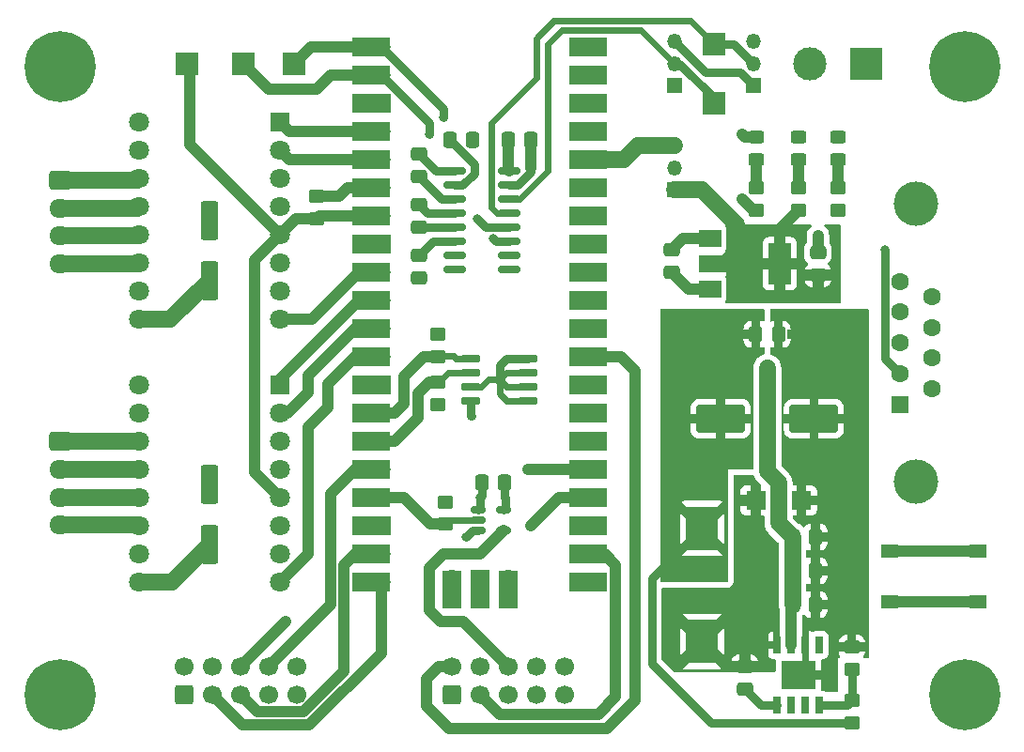
<source format=gbr>
%TF.GenerationSoftware,KiCad,Pcbnew,(7.0.0)*%
%TF.CreationDate,2023-04-20T20:29:20+12:00*%
%TF.ProjectId,pico_expansion_board,7069636f-5f65-4787-9061-6e73696f6e5f,rev?*%
%TF.SameCoordinates,Original*%
%TF.FileFunction,Copper,L1,Top*%
%TF.FilePolarity,Positive*%
%FSLAX46Y46*%
G04 Gerber Fmt 4.6, Leading zero omitted, Abs format (unit mm)*
G04 Created by KiCad (PCBNEW (7.0.0)) date 2023-04-20 20:29:20*
%MOMM*%
%LPD*%
G01*
G04 APERTURE LIST*
G04 Aperture macros list*
%AMRoundRect*
0 Rectangle with rounded corners*
0 $1 Rounding radius*
0 $2 $3 $4 $5 $6 $7 $8 $9 X,Y pos of 4 corners*
0 Add a 4 corners polygon primitive as box body*
4,1,4,$2,$3,$4,$5,$6,$7,$8,$9,$2,$3,0*
0 Add four circle primitives for the rounded corners*
1,1,$1+$1,$2,$3*
1,1,$1+$1,$4,$5*
1,1,$1+$1,$6,$7*
1,1,$1+$1,$8,$9*
0 Add four rect primitives between the rounded corners*
20,1,$1+$1,$2,$3,$4,$5,0*
20,1,$1+$1,$4,$5,$6,$7,0*
20,1,$1+$1,$6,$7,$8,$9,0*
20,1,$1+$1,$8,$9,$2,$3,0*%
G04 Aperture macros list end*
%TA.AperFunction,SMDPad,CuDef*%
%ADD10RoundRect,0.250000X-0.450000X0.325000X-0.450000X-0.325000X0.450000X-0.325000X0.450000X0.325000X0*%
%TD*%
%TA.AperFunction,ComponentPad*%
%ADD11C,6.400000*%
%TD*%
%TA.AperFunction,ComponentPad*%
%ADD12C,4.000000*%
%TD*%
%TA.AperFunction,ComponentPad*%
%ADD13R,1.600000X1.600000*%
%TD*%
%TA.AperFunction,ComponentPad*%
%ADD14C,1.600000*%
%TD*%
%TA.AperFunction,SMDPad,CuDef*%
%ADD15RoundRect,0.250000X0.450000X-0.350000X0.450000X0.350000X-0.450000X0.350000X-0.450000X-0.350000X0*%
%TD*%
%TA.AperFunction,SMDPad,CuDef*%
%ADD16RoundRect,0.150000X0.725000X0.150000X-0.725000X0.150000X-0.725000X-0.150000X0.725000X-0.150000X0*%
%TD*%
%TA.AperFunction,SMDPad,CuDef*%
%ADD17RoundRect,0.250000X-0.450000X0.350000X-0.450000X-0.350000X0.450000X-0.350000X0.450000X0.350000X0*%
%TD*%
%TA.AperFunction,SMDPad,CuDef*%
%ADD18RoundRect,0.250000X0.337500X0.475000X-0.337500X0.475000X-0.337500X-0.475000X0.337500X-0.475000X0*%
%TD*%
%TA.AperFunction,SMDPad,CuDef*%
%ADD19RoundRect,0.250000X0.550000X-1.500000X0.550000X1.500000X-0.550000X1.500000X-0.550000X-1.500000X0*%
%TD*%
%TA.AperFunction,SMDPad,CuDef*%
%ADD20R,1.550000X1.300000*%
%TD*%
%TA.AperFunction,SMDPad,CuDef*%
%ADD21R,2.000000X2.000000*%
%TD*%
%TA.AperFunction,ComponentPad*%
%ADD22R,1.350000X1.350000*%
%TD*%
%TA.AperFunction,ComponentPad*%
%ADD23O,1.350000X1.350000*%
%TD*%
%TA.AperFunction,SMDPad,CuDef*%
%ADD24R,3.000000X4.000000*%
%TD*%
%TA.AperFunction,SMDPad,CuDef*%
%ADD25R,2.000000X1.500000*%
%TD*%
%TA.AperFunction,SMDPad,CuDef*%
%ADD26R,2.000000X3.800000*%
%TD*%
%TA.AperFunction,SMDPad,CuDef*%
%ADD27RoundRect,0.250000X-0.475000X0.337500X-0.475000X-0.337500X0.475000X-0.337500X0.475000X0.337500X0*%
%TD*%
%TA.AperFunction,SMDPad,CuDef*%
%ADD28RoundRect,0.250000X-0.337500X-0.475000X0.337500X-0.475000X0.337500X0.475000X-0.337500X0.475000X0*%
%TD*%
%TA.AperFunction,ComponentPad*%
%ADD29RoundRect,0.250000X0.600000X-0.600000X0.600000X0.600000X-0.600000X0.600000X-0.600000X-0.600000X0*%
%TD*%
%TA.AperFunction,ComponentPad*%
%ADD30C,1.700000*%
%TD*%
%TA.AperFunction,ComponentPad*%
%ADD31R,3.000000X3.000000*%
%TD*%
%TA.AperFunction,ComponentPad*%
%ADD32C,3.000000*%
%TD*%
%TA.AperFunction,SMDPad,CuDef*%
%ADD33RoundRect,0.150000X-0.512500X-0.150000X0.512500X-0.150000X0.512500X0.150000X-0.512500X0.150000X0*%
%TD*%
%TA.AperFunction,ComponentPad*%
%ADD34RoundRect,0.250000X-0.725000X0.600000X-0.725000X-0.600000X0.725000X-0.600000X0.725000X0.600000X0*%
%TD*%
%TA.AperFunction,ComponentPad*%
%ADD35O,1.950000X1.700000*%
%TD*%
%TA.AperFunction,ComponentPad*%
%ADD36O,1.700000X1.700000*%
%TD*%
%TA.AperFunction,SMDPad,CuDef*%
%ADD37R,3.500000X1.700000*%
%TD*%
%TA.AperFunction,ComponentPad*%
%ADD38R,1.700000X1.700000*%
%TD*%
%TA.AperFunction,SMDPad,CuDef*%
%ADD39R,1.700000X3.500000*%
%TD*%
%TA.AperFunction,SMDPad,CuDef*%
%ADD40RoundRect,0.250000X0.475000X-0.337500X0.475000X0.337500X-0.475000X0.337500X-0.475000X-0.337500X0*%
%TD*%
%TA.AperFunction,SMDPad,CuDef*%
%ADD41R,1.800000X1.700000*%
%TD*%
%TA.AperFunction,ComponentPad*%
%ADD42R,1.800000X1.800000*%
%TD*%
%TA.AperFunction,ComponentPad*%
%ADD43C,1.800000*%
%TD*%
%TA.AperFunction,SMDPad,CuDef*%
%ADD44RoundRect,0.150000X-0.825000X-0.150000X0.825000X-0.150000X0.825000X0.150000X-0.825000X0.150000X0*%
%TD*%
%TA.AperFunction,SMDPad,CuDef*%
%ADD45RoundRect,0.250000X-1.950000X-1.000000X1.950000X-1.000000X1.950000X1.000000X-1.950000X1.000000X0*%
%TD*%
%TA.AperFunction,SMDPad,CuDef*%
%ADD46R,0.650000X1.525000*%
%TD*%
%TA.AperFunction,SMDPad,CuDef*%
%ADD47R,3.100000X2.600000*%
%TD*%
%TA.AperFunction,ViaPad*%
%ADD48C,0.800000*%
%TD*%
%TA.AperFunction,ViaPad*%
%ADD49C,1.500000*%
%TD*%
%TA.AperFunction,ViaPad*%
%ADD50C,1.000000*%
%TD*%
%TA.AperFunction,Conductor*%
%ADD51C,0.762000*%
%TD*%
%TA.AperFunction,Conductor*%
%ADD52C,0.609600*%
%TD*%
%TA.AperFunction,Conductor*%
%ADD53C,1.000000*%
%TD*%
%TA.AperFunction,Conductor*%
%ADD54C,1.500000*%
%TD*%
G04 APERTURE END LIST*
D10*
%TO.P,D2,1,K*%
%TO.N,GND*%
X141732000Y-85589000D03*
%TO.P,D2,2,A*%
%TO.N,Net-(D2-A)*%
X141732000Y-87639000D03*
%TD*%
D11*
%TO.P,H4,1*%
%TO.N,GND*%
X156718000Y-135890000D03*
%TD*%
D12*
%TO.P,J6,0,PAD*%
%TO.N,GND*%
X152331669Y-116650000D03*
X152331669Y-91650000D03*
D13*
%TO.P,J6,1,1*%
%TO.N,unconnected-(J6-Pad1)*%
X150911668Y-109689999D03*
D14*
%TO.P,J6,2,2*%
%TO.N,RS232_PIN2*%
X150911669Y-106920000D03*
%TO.P,J6,3,3*%
%TO.N,RS232_PIN3*%
X150911669Y-104150000D03*
%TO.P,J6,4,4*%
%TO.N,unconnected-(J6-Pad4)*%
X150911669Y-101380000D03*
%TO.P,J6,5,5*%
%TO.N,GND*%
X150911669Y-98610000D03*
%TO.P,J6,6,6*%
%TO.N,unconnected-(J6-Pad6)*%
X153751669Y-108305000D03*
%TO.P,J6,7,7*%
%TO.N,unconnected-(J6-Pad7)*%
X153751669Y-105535000D03*
%TO.P,J6,8,8*%
%TO.N,unconnected-(J6-Pad8)*%
X153751669Y-102765000D03*
%TO.P,J6,9,9*%
%TO.N,unconnected-(J6-Pad9)*%
X153751669Y-99995000D03*
%TD*%
D15*
%TO.P,R5,1*%
%TO.N,+3.3V*%
X109220000Y-109712000D03*
%TO.P,R5,2*%
%TO.N,EEPROM_SCL*%
X109220000Y-107712000D03*
%TD*%
D11*
%TO.P,H2,1*%
%TO.N,GND*%
X75184000Y-79248000D03*
%TD*%
D16*
%TO.P,U3,1,A0*%
%TO.N,GND*%
X117383000Y-109347000D03*
%TO.P,U3,2,A1*%
X117383000Y-108077000D03*
%TO.P,U3,3,A2*%
X117383000Y-106807000D03*
%TO.P,U3,4,GND*%
X117383000Y-105537000D03*
%TO.P,U3,5,SDA*%
%TO.N,EEPROM_SDA*%
X112233000Y-105537000D03*
%TO.P,U3,6,SCL*%
%TO.N,EEPROM_SCL*%
X112233000Y-106807000D03*
%TO.P,U3,7,WP*%
%TO.N,GND*%
X112233000Y-108077000D03*
%TO.P,U3,8,VCC*%
%TO.N,+3.3V*%
X112233000Y-109347000D03*
%TD*%
D17*
%TO.P,R7,1*%
%TO.N,Net-(D2-A)*%
X141732000Y-90186000D03*
%TO.P,R7,2*%
%TO.N,3.3V_REG*%
X141732000Y-92186000D03*
%TD*%
D18*
%TO.P,C14,1*%
%TO.N,+5V*%
X115277500Y-116728000D03*
%TO.P,C14,2*%
%TO.N,GND*%
X113202500Y-116728000D03*
%TD*%
D19*
%TO.P,C8,1*%
%TO.N,VCC*%
X88646000Y-122334000D03*
%TO.P,C8,2*%
%TO.N,GND*%
X88646000Y-116934000D03*
%TD*%
D20*
%TO.P,SW1,1,1*%
%TO.N,PICO_RESET_BTN*%
X149948999Y-122971999D03*
X157898999Y-122971999D03*
%TO.P,SW1,2,2*%
%TO.N,GND*%
X149948999Y-127471999D03*
X157898999Y-127471999D03*
%TD*%
D21*
%TO.P,TP5,1,1*%
%TO.N,SCALE_RXD*%
X134111999Y-77215999D03*
%TD*%
D17*
%TO.P,R9,1*%
%TO.N,Net-(D4-A)*%
X145288000Y-90186000D03*
%TO.P,R9,2*%
%TO.N,VCC*%
X145288000Y-92186000D03*
%TD*%
D15*
%TO.P,R4,1*%
%TO.N,MOTOR_UART*%
X98298000Y-92948000D03*
%TO.P,R4,2*%
%TO.N,UART1_TX*%
X98298000Y-90948000D03*
%TD*%
D22*
%TO.P,JP5,1,A*%
%TO.N,RS232_PIN2*%
X130555999Y-80961999D03*
D23*
%TO.P,JP5,2,C*%
%TO.N,SCALE_TXD*%
X130555999Y-78961999D03*
%TO.P,JP5,3,B*%
%TO.N,RS232_PIN3*%
X130555999Y-76961999D03*
%TD*%
D24*
%TO.P,L1,1,1*%
%TO.N,/PH_NET*%
X133058499Y-131083999D03*
%TO.P,L1,2,2*%
%TO.N,+5V*%
X133058499Y-120883999D03*
%TD*%
D21*
%TO.P,TP3,1,1*%
%TO.N,SCALE_UART_RX*%
X91693999Y-78993999D03*
%TD*%
D10*
%TO.P,D4,1,K*%
%TO.N,GND*%
X145288000Y-85589000D03*
%TO.P,D4,2,A*%
%TO.N,Net-(D4-A)*%
X145288000Y-87639000D03*
%TD*%
D25*
%TO.P,U5,1,GND*%
%TO.N,GND*%
X133755999Y-94713999D03*
%TO.P,U5,2,VO*%
%TO.N,3.3V_REG*%
X133755999Y-97013999D03*
D26*
X140055999Y-97013999D03*
D25*
%TO.P,U5,3,VI*%
%TO.N,+5V*%
X133755999Y-99313999D03*
%TD*%
D27*
%TO.P,C6,1*%
%TO.N,Net-(U1-C2+)*%
X107566000Y-91672500D03*
%TO.P,C6,2*%
%TO.N,Net-(U1-C2-)*%
X107566000Y-93747500D03*
%TD*%
%TO.P,C2,1*%
%TO.N,Net-(U1-C1+)*%
X107566000Y-87100500D03*
%TO.P,C2,2*%
%TO.N,Net-(U1-C1-)*%
X107566000Y-89175500D03*
%TD*%
D28*
%TO.P,C4,1*%
%TO.N,VCC*%
X141202500Y-121666000D03*
%TO.P,C4,2*%
%TO.N,GND*%
X143277500Y-121666000D03*
%TD*%
D17*
%TO.P,R8,1*%
%TO.N,Net-(D3-A)*%
X137922000Y-90186000D03*
%TO.P,R8,2*%
%TO.N,+5V*%
X137922000Y-92186000D03*
%TD*%
D11*
%TO.P,H3,1*%
%TO.N,GND*%
X156718000Y-79248000D03*
%TD*%
D29*
%TO.P,J8,1,Pin_1*%
%TO.N,unconnected-(J8-Pin_1-Pad1)*%
X110490000Y-135890000D03*
D30*
%TO.P,J8,2,Pin_2*%
%TO.N,BTN_ENC*%
X110490000Y-133350000D03*
%TO.P,J8,3,Pin_3*%
%TO.N,LCD_CS*%
X113030000Y-135890000D03*
%TO.P,J8,4,Pin_4*%
%TO.N,LCD_A0*%
X113030000Y-133350000D03*
%TO.P,J8,5,Pin_5*%
%TO.N,LCD_RST*%
X115570000Y-135890000D03*
%TO.P,J8,6,Pin_6*%
%TO.N,NEOPIXEL_5V*%
X115570000Y-133350000D03*
%TO.P,J8,7,Pin_7*%
%TO.N,unconnected-(J8-Pin_7-Pad7)*%
X118110000Y-135890000D03*
%TO.P,J8,8,Pin_8*%
%TO.N,unconnected-(J8-Pin_8-Pad8)*%
X118110000Y-133350000D03*
%TO.P,J8,9,Pin_9*%
%TO.N,GND*%
X120650000Y-135890000D03*
%TO.P,J8,10,Pin_10*%
%TO.N,+5V*%
X120650000Y-133350000D03*
%TD*%
D31*
%TO.P,J1,1,Pin_1*%
%TO.N,GND*%
X147827999Y-78993999D03*
D32*
%TO.P,J1,2,Pin_2*%
%TO.N,VCC*%
X142748000Y-78994000D03*
%TD*%
D21*
%TO.P,TP2,1,1*%
%TO.N,SCALE_UART_TX*%
X96265999Y-78993999D03*
%TD*%
D11*
%TO.P,H1,1*%
%TO.N,GND*%
X75184000Y-135890000D03*
%TD*%
D28*
%TO.P,C13,1*%
%TO.N,+5V*%
X137879000Y-103378000D03*
%TO.P,C13,2*%
%TO.N,GND*%
X139954000Y-103378000D03*
%TD*%
D19*
%TO.P,C9,1*%
%TO.N,VCC*%
X88646000Y-98540000D03*
%TO.P,C9,2*%
%TO.N,GND*%
X88646000Y-93140000D03*
%TD*%
D33*
%TO.P,U4,1*%
%TO.N,GND*%
X112908500Y-119192000D03*
%TO.P,U4,2*%
%TO.N,NEOPIXEL*%
X112908500Y-120142000D03*
%TO.P,U4,3,GND*%
%TO.N,GND*%
X112908500Y-121092000D03*
%TO.P,U4,4*%
%TO.N,NEOPIXEL_5V*%
X115183500Y-121092000D03*
%TO.P,U4,5,VCC*%
%TO.N,+5V*%
X115183500Y-119192000D03*
%TD*%
D34*
%TO.P,J4,1,Pin_1*%
%TO.N,Net-(J2-B2)*%
X75184000Y-89528000D03*
D35*
%TO.P,J4,2,Pin_2*%
%TO.N,Net-(J2-B1)*%
X75183999Y-92027999D03*
%TO.P,J4,3,Pin_3*%
%TO.N,Net-(J2-A1)*%
X75183999Y-94527999D03*
%TO.P,J4,4,Pin_4*%
%TO.N,Net-(J2-A2)*%
X75183999Y-97027999D03*
%TD*%
D22*
%TO.P,JP6,1,A*%
%TO.N,RS232_PIN3*%
X137667999Y-80961999D03*
D23*
%TO.P,JP6,2,C*%
%TO.N,SCALE_RXD*%
X137667999Y-78961999D03*
%TO.P,JP6,3,B*%
%TO.N,RS232_PIN2*%
X137667999Y-76961999D03*
%TD*%
D28*
%TO.P,C3,1*%
%TO.N,VCC*%
X141202500Y-124714000D03*
%TO.P,C3,2*%
%TO.N,GND*%
X143277500Y-124714000D03*
%TD*%
D34*
%TO.P,J5,1,Pin_1*%
%TO.N,Net-(J3-B2)*%
X75184000Y-113070000D03*
D35*
%TO.P,J5,2,Pin_2*%
%TO.N,Net-(J3-B1)*%
X75183999Y-115569999D03*
%TO.P,J5,3,Pin_3*%
%TO.N,Net-(J3-A1)*%
X75183999Y-118069999D03*
%TO.P,J5,4,Pin_4*%
%TO.N,Net-(J3-A2)*%
X75183999Y-120569999D03*
%TD*%
D28*
%TO.P,C1,1*%
%TO.N,VCC*%
X141202500Y-127762000D03*
%TO.P,C1,2*%
%TO.N,GND*%
X143277500Y-127762000D03*
%TD*%
D36*
%TO.P,U2,1,GPIO0*%
%TO.N,SCALE_UART_TX*%
X104139999Y-77469999D03*
D37*
X103239999Y-77469999D03*
D36*
%TO.P,U2,2,GPIO1*%
%TO.N,SCALE_UART_RX*%
X104139999Y-80009999D03*
D37*
X103239999Y-80009999D03*
D38*
%TO.P,U2,3,GND*%
%TO.N,GND*%
X104139999Y-82549999D03*
D37*
X103239999Y-82549999D03*
D36*
%TO.P,U2,4,GPIO2*%
%TO.N,M1_DIR*%
X104139999Y-85089999D03*
D37*
X103239999Y-85089999D03*
D36*
%TO.P,U2,5,GPIO3*%
%TO.N,M1_STEP*%
X104139999Y-87629999D03*
D37*
X103239999Y-87629999D03*
D36*
%TO.P,U2,6,GPIO4*%
%TO.N,UART1_TX*%
X104139999Y-90169999D03*
D37*
X103239999Y-90169999D03*
D36*
%TO.P,U2,7,GPIO5*%
%TO.N,MOTOR_UART*%
X104139999Y-92709999D03*
D37*
X103239999Y-92709999D03*
D38*
%TO.P,U2,8,GND*%
%TO.N,GND*%
X104139999Y-95249999D03*
D37*
X103239999Y-95249999D03*
D36*
%TO.P,U2,9,GPIO6*%
%TO.N,M1_EN*%
X104139999Y-97789999D03*
D37*
X103239999Y-97789999D03*
D36*
%TO.P,U2,10,GPIO7*%
%TO.N,M2_DIR*%
X104139999Y-100329999D03*
D37*
X103239999Y-100329999D03*
D36*
%TO.P,U2,11,GPIO8*%
%TO.N,M2_STEP*%
X104139999Y-102869999D03*
D37*
X103239999Y-102869999D03*
D36*
%TO.P,U2,12,GPIO9*%
%TO.N,M2_EN*%
X104139999Y-105409999D03*
D37*
X103239999Y-105409999D03*
D38*
%TO.P,U2,13,GND*%
%TO.N,GND*%
X104139999Y-107949999D03*
D37*
X103239999Y-107949999D03*
D36*
%TO.P,U2,14,GPIO10*%
%TO.N,EEPROM_SDA*%
X104139999Y-110489999D03*
D37*
X103239999Y-110489999D03*
D36*
%TO.P,U2,15,GPIO11*%
%TO.N,EEPROM_SCL*%
X104139999Y-113029999D03*
D37*
X103239999Y-113029999D03*
D36*
%TO.P,U2,16,GPIO12*%
%TO.N,BTN_RST*%
X104139999Y-115569999D03*
D37*
X103239999Y-115569999D03*
D36*
%TO.P,U2,17,GPIO13*%
%TO.N,NEOPIXEL*%
X104139999Y-118109999D03*
D37*
X103239999Y-118109999D03*
D38*
%TO.P,U2,18,GND*%
%TO.N,GND*%
X104139999Y-120649999D03*
D37*
X103239999Y-120649999D03*
D36*
%TO.P,U2,19,GPIO14*%
%TO.N,BTN_EN2*%
X104139999Y-123189999D03*
D37*
X103239999Y-123189999D03*
D36*
%TO.P,U2,20,GPIO15*%
%TO.N,BTN_EN1*%
X104139999Y-125729999D03*
D37*
X103239999Y-125729999D03*
D36*
%TO.P,U2,21,GPIO16*%
%TO.N,SPI0_MISO*%
X121919999Y-125729999D03*
D37*
X122819999Y-125729999D03*
D36*
%TO.P,U2,22,GPIO17*%
%TO.N,LCD_CS*%
X121919999Y-123189999D03*
D37*
X122819999Y-123189999D03*
D38*
%TO.P,U2,23,GND*%
%TO.N,GND*%
X121919999Y-120649999D03*
D37*
X122819999Y-120649999D03*
D36*
%TO.P,U2,24,GPIO18*%
%TO.N,LED_SCK*%
X121919999Y-118109999D03*
D37*
X122819999Y-118109999D03*
D36*
%TO.P,U2,25,GPIO19*%
%TO.N,LCD_MOSI*%
X121919999Y-115569999D03*
D37*
X122819999Y-115569999D03*
D36*
%TO.P,U2,26,GPIO20*%
%TO.N,LCD_A0*%
X121919999Y-113029999D03*
D37*
X122819999Y-113029999D03*
D36*
%TO.P,U2,27,GPIO21*%
%TO.N,LCD_RST*%
X121919999Y-110489999D03*
D37*
X122819999Y-110489999D03*
D38*
%TO.P,U2,28,GND*%
%TO.N,GND*%
X121919999Y-107949999D03*
D37*
X122819999Y-107949999D03*
D36*
%TO.P,U2,29,GPIO22*%
%TO.N,BTN_ENC*%
X121919999Y-105409999D03*
D37*
X122819999Y-105409999D03*
D36*
%TO.P,U2,30,RUN*%
%TO.N,PICO_RESET_BTN*%
X121919999Y-102869999D03*
D37*
X122819999Y-102869999D03*
D36*
%TO.P,U2,31,GPIO26_ADC0*%
%TO.N,unconnected-(U2-GPIO26_ADC0-Pad31)*%
X121919999Y-100329999D03*
D37*
X122819999Y-100329999D03*
D36*
%TO.P,U2,32,GPIO27_ADC1*%
%TO.N,unconnected-(U2-GPIO27_ADC1-Pad32)*%
X121919999Y-97789999D03*
D37*
X122819999Y-97789999D03*
D38*
%TO.P,U2,33,AGND*%
%TO.N,GND*%
X121919999Y-95249999D03*
D37*
X122819999Y-95249999D03*
D36*
%TO.P,U2,34,GPIO28_ADC2*%
%TO.N,unconnected-(U2-GPIO28_ADC2-Pad34)*%
X121919999Y-92709999D03*
D37*
X122819999Y-92709999D03*
D36*
%TO.P,U2,35,ADC_VREF*%
%TO.N,unconnected-(U2-ADC_VREF-Pad35)*%
X121919999Y-90169999D03*
D37*
X122819999Y-90169999D03*
D36*
%TO.P,U2,36,3V3*%
%TO.N,3.3V_PICO*%
X121919999Y-87629999D03*
D37*
X122819999Y-87629999D03*
D36*
%TO.P,U2,37,3V3_EN*%
%TO.N,unconnected-(U2-3V3_EN-Pad37)*%
X121919999Y-85089999D03*
D37*
X122819999Y-85089999D03*
D38*
%TO.P,U2,38,GND*%
%TO.N,GND*%
X121919999Y-82549999D03*
D37*
X122819999Y-82549999D03*
D36*
%TO.P,U2,39,VSYS*%
%TO.N,+5V*%
X121919999Y-80009999D03*
D37*
X122819999Y-80009999D03*
D36*
%TO.P,U2,40,VBUS*%
%TO.N,unconnected-(U2-VBUS-Pad40)*%
X121919999Y-77469999D03*
D37*
X122819999Y-77469999D03*
D36*
%TO.P,U2,41,SWCLK*%
%TO.N,unconnected-(U2-SWCLK-Pad41)*%
X110489999Y-125499999D03*
D39*
X110489999Y-126399999D03*
D38*
%TO.P,U2,42,GND*%
%TO.N,unconnected-(U2-GND-Pad42)*%
X113029999Y-125499999D03*
D39*
X113029999Y-126399999D03*
D36*
%TO.P,U2,43,SWDIO*%
%TO.N,unconnected-(U2-SWDIO-Pad43)*%
X115569999Y-125499999D03*
D39*
X115569999Y-126399999D03*
%TD*%
D29*
%TO.P,J9,1,Pin_1*%
%TO.N,unconnected-(J9-Pin_1-Pad1)*%
X86360000Y-135890000D03*
D30*
%TO.P,J9,2,Pin_2*%
%TO.N,LED_SCK*%
X86360000Y-133350000D03*
%TO.P,J9,3,Pin_3*%
%TO.N,BTN_EN1*%
X88900000Y-135890000D03*
%TO.P,J9,4,Pin_4*%
%TO.N,unconnected-(J9-Pin_4-Pad4)*%
X88900000Y-133350000D03*
%TO.P,J9,5,Pin_5*%
%TO.N,BTN_EN2*%
X91440000Y-135890000D03*
%TO.P,J9,6,Pin_6*%
%TO.N,LCD_MOSI*%
X91440000Y-133350000D03*
%TO.P,J9,7,Pin_7*%
%TO.N,unconnected-(J9-Pin_7-Pad7)*%
X93980000Y-135890000D03*
%TO.P,J9,8,Pin_8*%
%TO.N,BTN_RST*%
X93980000Y-133350000D03*
%TO.P,J9,9,Pin_9*%
%TO.N,GND*%
X96520000Y-135890000D03*
%TO.P,J9,10,Pin_10*%
%TO.N,+5V*%
X96520000Y-133350000D03*
%TD*%
D10*
%TO.P,D3,1,K*%
%TO.N,GND*%
X137922000Y-85589000D03*
%TO.P,D3,2,A*%
%TO.N,Net-(D3-A)*%
X137922000Y-87639000D03*
%TD*%
D15*
%TO.P,R6,1*%
%TO.N,NEOPIXEL*%
X109922000Y-120522000D03*
%TO.P,R6,2*%
%TO.N,GND*%
X109922000Y-118522000D03*
%TD*%
%TO.P,R2,1*%
%TO.N,Net-(IC1-VSENSE)*%
X146558000Y-133588000D03*
%TO.P,R2,2*%
%TO.N,GND*%
X146558000Y-131588000D03*
%TD*%
D40*
%TO.P,C15,1*%
%TO.N,3.3V_REG*%
X143510000Y-98065500D03*
%TO.P,C15,2*%
%TO.N,GND*%
X143510000Y-95990500D03*
%TD*%
D22*
%TO.P,JP7,1,A*%
%TO.N,3.3V_REG*%
X130555999Y-90359999D03*
D23*
%TO.P,JP7,2,C*%
%TO.N,+3.3V*%
X130555999Y-88359999D03*
%TO.P,JP7,3,B*%
%TO.N,3.3V_PICO*%
X130555999Y-86359999D03*
%TD*%
D28*
%TO.P,C11,1*%
%TO.N,Net-(U1-VS+)*%
X110338500Y-85852000D03*
%TO.P,C11,2*%
%TO.N,GND*%
X112413500Y-85852000D03*
%TD*%
D41*
%TO.P,D1,A*%
%TO.N,GND*%
X142003999Y-118363999D03*
%TO.P,D1,C*%
%TO.N,/PH_NET*%
X137903999Y-118363999D03*
%TD*%
D42*
%TO.P,J3,1,DIR*%
%TO.N,M2_DIR*%
X94995999Y-107949999D03*
D43*
%TO.P,J3,2,STEP*%
%TO.N,M2_STEP*%
X94996000Y-110490000D03*
%TO.P,J3,3,CLK*%
%TO.N,unconnected-(J3-CLK-Pad3)*%
X94996000Y-113030000D03*
%TO.P,J3,4,PDN*%
%TO.N,unconnected-(J3-PDN-Pad4)*%
X94996000Y-115570000D03*
%TO.P,J3,5,UART*%
%TO.N,MOTOR_UART*%
X94996000Y-118110000D03*
%TO.P,J3,6,MS2*%
%TO.N,GND*%
X94996000Y-120650000D03*
%TO.P,J3,7,MS1*%
%TO.N,+3.3V*%
X94996000Y-123190000D03*
%TO.P,J3,8,EN*%
%TO.N,M2_EN*%
X94996000Y-125730000D03*
%TO.P,J3,9,VM*%
%TO.N,VCC*%
X82296000Y-125730000D03*
%TO.P,J3,10,GND*%
%TO.N,GND*%
X82296000Y-123190000D03*
%TO.P,J3,11,A2*%
%TO.N,Net-(J3-A2)*%
X82296000Y-120650000D03*
%TO.P,J3,12,A1*%
%TO.N,Net-(J3-A1)*%
X82296000Y-118110000D03*
%TO.P,J3,13,B1*%
%TO.N,Net-(J3-B1)*%
X82296000Y-115570000D03*
%TO.P,J3,14,B2*%
%TO.N,Net-(J3-B2)*%
X82296000Y-113030000D03*
%TO.P,J3,15,VDD*%
%TO.N,+3.3V*%
X82296000Y-110490000D03*
%TO.P,J3,16,GND*%
%TO.N,GND*%
X82296000Y-107950000D03*
%TD*%
D44*
%TO.P,U1,1,C1+*%
%TO.N,Net-(U1-C1+)*%
X110744000Y-88646000D03*
%TO.P,U1,2,VS+*%
%TO.N,Net-(U1-VS+)*%
X110744000Y-89916000D03*
%TO.P,U1,3,C1-*%
%TO.N,Net-(U1-C1-)*%
X110744000Y-91186000D03*
%TO.P,U1,4,C2+*%
%TO.N,Net-(U1-C2+)*%
X110744000Y-92456000D03*
%TO.P,U1,5,C2-*%
%TO.N,Net-(U1-C2-)*%
X110744000Y-93726000D03*
%TO.P,U1,6,VS-*%
%TO.N,Net-(U1-VS-)*%
X110744000Y-94996000D03*
%TO.P,U1,7,T2OUT*%
%TO.N,unconnected-(U1-T2OUT-Pad7)*%
X110744000Y-96266000D03*
%TO.P,U1,8,R2IN*%
%TO.N,unconnected-(U1-R2IN-Pad8)*%
X110744000Y-97536000D03*
%TO.P,U1,9,R2OUT*%
%TO.N,unconnected-(U1-R2OUT-Pad9)*%
X115694000Y-97536000D03*
%TO.P,U1,10,T2IN*%
%TO.N,unconnected-(U1-T2IN-Pad10)*%
X115694000Y-96266000D03*
%TO.P,U1,11,T1IN*%
%TO.N,SCALE_UART_TX*%
X115694000Y-94996000D03*
%TO.P,U1,12,R1OUT*%
%TO.N,SCALE_UART_RX*%
X115694000Y-93726000D03*
%TO.P,U1,13,R1IN*%
%TO.N,SCALE_RXD*%
X115694000Y-92456000D03*
%TO.P,U1,14,T1OUT*%
%TO.N,SCALE_TXD*%
X115694000Y-91186000D03*
%TO.P,U1,15,GND*%
%TO.N,GND*%
X115694000Y-89916000D03*
%TO.P,U1,16,VCC*%
%TO.N,+3.3V*%
X115694000Y-88646000D03*
%TD*%
D45*
%TO.P,C12,1*%
%TO.N,+5V*%
X134738000Y-110998000D03*
%TO.P,C12,2*%
%TO.N,GND*%
X143138000Y-110998000D03*
%TD*%
D28*
%TO.P,C5,1*%
%TO.N,+3.3V*%
X115548500Y-85852000D03*
%TO.P,C5,2*%
%TO.N,GND*%
X117623500Y-85852000D03*
%TD*%
D17*
%TO.P,R3,1*%
%TO.N,+3.3V*%
X109220000Y-103394000D03*
%TO.P,R3,2*%
%TO.N,EEPROM_SDA*%
X109220000Y-105394000D03*
%TD*%
D40*
%TO.P,C7,1*%
%TO.N,GND*%
X107566000Y-98319500D03*
%TO.P,C7,2*%
%TO.N,Net-(U1-VS-)*%
X107566000Y-96244500D03*
%TD*%
%TO.P,C10,1*%
%TO.N,Net-(IC1-BOOT)*%
X136906000Y-135403500D03*
%TO.P,C10,2*%
%TO.N,/PH_NET*%
X136906000Y-133328500D03*
%TD*%
D42*
%TO.P,J2,1,DIR*%
%TO.N,M1_DIR*%
X94995999Y-84259999D03*
D43*
%TO.P,J2,2,STEP*%
%TO.N,M1_STEP*%
X94996000Y-86800000D03*
%TO.P,J2,3,CLK*%
%TO.N,unconnected-(J2-CLK-Pad3)*%
X94996000Y-89340000D03*
%TO.P,J2,4,PDN*%
%TO.N,unconnected-(J2-PDN-Pad4)*%
X94996000Y-91880000D03*
%TO.P,J2,5,UART*%
%TO.N,MOTOR_UART*%
X94996000Y-94420000D03*
%TO.P,J2,6,MS2*%
%TO.N,GND*%
X94996000Y-96960000D03*
%TO.P,J2,7,MS1*%
X94996000Y-99500000D03*
%TO.P,J2,8,EN*%
%TO.N,M1_EN*%
X94996000Y-102040000D03*
%TO.P,J2,9,VM*%
%TO.N,VCC*%
X82296000Y-102040000D03*
%TO.P,J2,10,GND*%
%TO.N,GND*%
X82296000Y-99500000D03*
%TO.P,J2,11,A2*%
%TO.N,Net-(J2-A2)*%
X82296000Y-96960000D03*
%TO.P,J2,12,A1*%
%TO.N,Net-(J2-A1)*%
X82296000Y-94420000D03*
%TO.P,J2,13,B1*%
%TO.N,Net-(J2-B1)*%
X82296000Y-91880000D03*
%TO.P,J2,14,B2*%
%TO.N,Net-(J2-B2)*%
X82296000Y-89340000D03*
%TO.P,J2,15,VDD*%
%TO.N,+3.3V*%
X82296000Y-86800000D03*
%TO.P,J2,16,GND*%
%TO.N,GND*%
X82296000Y-84260000D03*
%TD*%
D40*
%TO.P,C16,1*%
%TO.N,+5V*%
X130302000Y-97797500D03*
%TO.P,C16,2*%
%TO.N,GND*%
X130302000Y-95722500D03*
%TD*%
D15*
%TO.P,R1,1*%
%TO.N,+5V*%
X146558000Y-138414000D03*
%TO.P,R1,2*%
%TO.N,Net-(IC1-VSENSE)*%
X146558000Y-136414000D03*
%TD*%
D21*
%TO.P,TP4,1,1*%
%TO.N,SCALE_TXD*%
X134111999Y-82549999D03*
%TD*%
%TO.P,TP_UART1,1,1*%
%TO.N,MOTOR_UART*%
X86613999Y-78993999D03*
%TD*%
D46*
%TO.P,IC1,1,BOOT*%
%TO.N,Net-(IC1-BOOT)*%
X139826999Y-136823999D03*
%TO.P,IC1,2,NC_1*%
%TO.N,unconnected-(IC1-NC_1-Pad2)*%
X141096999Y-136823999D03*
%TO.P,IC1,3,NC_2*%
%TO.N,unconnected-(IC1-NC_2-Pad3)*%
X142366999Y-136823999D03*
%TO.P,IC1,4,VSENSE*%
%TO.N,Net-(IC1-VSENSE)*%
X143636999Y-136823999D03*
%TO.P,IC1,5,ENA*%
%TO.N,unconnected-(IC1-ENA-Pad5)*%
X143636999Y-131399999D03*
%TO.P,IC1,6,GND*%
%TO.N,GND*%
X142366999Y-131399999D03*
%TO.P,IC1,7,VIN*%
%TO.N,VCC*%
X141096999Y-131399999D03*
%TO.P,IC1,8,PH*%
%TO.N,/PH_NET*%
X139826999Y-131399999D03*
D47*
%TO.P,IC1,9,EP*%
%TO.N,GND*%
X141731999Y-134111999D03*
%TD*%
D48*
%TO.N,GND*%
X145288000Y-85589000D03*
X117623500Y-88392000D03*
X109922000Y-118522000D03*
D49*
X144526000Y-102870000D03*
D48*
X112413500Y-85852000D03*
X88646000Y-93140000D03*
X143510000Y-94488000D03*
X113030000Y-118110000D03*
D50*
X114808000Y-107442000D03*
D48*
X131826000Y-94714000D03*
D49*
X146812000Y-102870000D03*
D48*
X149949000Y-127472000D03*
X107566000Y-98319500D03*
X111760000Y-121666000D03*
X141732000Y-85589000D03*
D49*
X142240000Y-102870000D03*
D48*
X136652000Y-85344000D03*
D50*
X88646000Y-116934000D03*
D48*
%TO.N,+5V*%
X131818500Y-99314000D03*
X136652000Y-91186000D03*
X115316000Y-118110000D03*
D49*
X133096000Y-102870000D03*
X130810000Y-102870000D03*
X135382000Y-102870000D03*
%TO.N,VCC*%
X138938000Y-106426000D03*
D48*
X145288000Y-92186000D03*
%TO.N,LED_SCK*%
X117602000Y-120650000D03*
%TO.N,LCD_MOSI*%
X95504000Y-129286000D03*
X117348000Y-115570000D03*
%TO.N,SCALE_UART_TX*%
X114231319Y-94706500D03*
X109728000Y-83820000D03*
%TO.N,SCALE_UART_RX*%
X108458000Y-85344000D03*
X112776000Y-92964000D03*
%TO.N,+3.3V*%
X109220000Y-103394000D03*
X112268000Y-110744000D03*
X115548500Y-87376000D03*
X109220000Y-109712000D03*
%TO.N,PICO_RESET_BTN*%
X149949000Y-122972000D03*
%TO.N,RS232_PIN2*%
X149570500Y-95758000D03*
%TD*%
D51*
%TO.N,Net-(U1-C1+)*%
X109111500Y-88646000D02*
X107566000Y-87100500D01*
X110744000Y-88646000D02*
X109111500Y-88646000D01*
%TO.N,Net-(U1-C1-)*%
X109576500Y-91186000D02*
X110744000Y-91186000D01*
X107566000Y-89175500D02*
X109576500Y-91186000D01*
D52*
%TO.N,GND*%
X117383000Y-109347000D02*
X115443000Y-109347000D01*
X115443000Y-108077000D02*
X114808000Y-107442000D01*
X113157000Y-108077000D02*
X113792000Y-107442000D01*
D51*
X117623500Y-88392000D02*
X117623500Y-88725290D01*
D53*
X157899000Y-127472000D02*
X149949000Y-127472000D01*
X131310500Y-94714000D02*
X130302000Y-95722500D01*
X117623500Y-85852000D02*
X117623500Y-88392000D01*
D51*
X112334000Y-121092000D02*
X111760000Y-121666000D01*
X117623500Y-88725290D02*
X116432790Y-89916000D01*
X112908500Y-121092000D02*
X112334000Y-121092000D01*
X115443000Y-105537000D02*
X114808000Y-106172000D01*
D53*
X136897000Y-85589000D02*
X136652000Y-85344000D01*
D51*
X113030000Y-118110000D02*
X113030000Y-119070500D01*
X142367000Y-133477000D02*
X141732000Y-134112000D01*
D52*
X115443000Y-106807000D02*
X114808000Y-107442000D01*
X142367000Y-131400000D02*
X142367000Y-133477000D01*
X115443000Y-109347000D02*
X114808000Y-108712000D01*
D51*
X114808000Y-106172000D02*
X114808000Y-107442000D01*
D52*
X112233000Y-108077000D02*
X113157000Y-108077000D01*
D53*
X143510000Y-94488000D02*
X143510000Y-95990500D01*
X137922000Y-85589000D02*
X136897000Y-85589000D01*
D52*
X117383000Y-108077000D02*
X115443000Y-108077000D01*
D51*
X113030000Y-119070500D02*
X112908500Y-119192000D01*
D52*
X113792000Y-107442000D02*
X114808000Y-107442000D01*
D51*
X116432790Y-89916000D02*
X115694000Y-89916000D01*
X117383000Y-105537000D02*
X115443000Y-105537000D01*
D53*
X131826000Y-94714000D02*
X131310500Y-94714000D01*
D51*
X113202500Y-117937500D02*
X113030000Y-118110000D01*
D53*
X133756000Y-94714000D02*
X131826000Y-94714000D01*
D52*
X117383000Y-106807000D02*
X115443000Y-106807000D01*
X114808000Y-108712000D02*
X114808000Y-107442000D01*
D51*
X113202500Y-116728000D02*
X113202500Y-117937500D01*
%TO.N,+5V*%
X133842000Y-138414000D02*
X128524000Y-133096000D01*
X146558000Y-138414000D02*
X133842000Y-138414000D01*
D53*
X136652000Y-91186000D02*
X137652000Y-92186000D01*
X131818500Y-99314000D02*
X133756000Y-99314000D01*
D51*
X115277500Y-118071500D02*
X115316000Y-118110000D01*
D53*
X130302000Y-97797500D02*
X131818500Y-99314000D01*
D51*
X115277500Y-116728000D02*
X115277500Y-118071500D01*
X115183500Y-119192000D02*
X115316000Y-119059500D01*
X128524000Y-125418500D02*
X133058500Y-120884000D01*
D53*
X137652000Y-92186000D02*
X137922000Y-92186000D01*
D51*
X128524000Y-133096000D02*
X128524000Y-125418500D01*
X115316000Y-119059500D02*
X115316000Y-118110000D01*
%TO.N,Net-(U1-C2+)*%
X107566000Y-91672500D02*
X108349500Y-92456000D01*
X108349500Y-92456000D02*
X110744000Y-92456000D01*
%TO.N,Net-(U1-C2-)*%
X110722500Y-93747500D02*
X110744000Y-93726000D01*
X107566000Y-93747500D02*
X110722500Y-93747500D01*
%TO.N,Net-(U1-VS-)*%
X108814500Y-94996000D02*
X110744000Y-94996000D01*
X107566000Y-96244500D02*
X108814500Y-94996000D01*
%TO.N,Net-(U1-VS+)*%
X110338500Y-85852000D02*
X112522000Y-88035500D01*
X112522000Y-88035500D02*
X112522000Y-88876790D01*
X111482790Y-89916000D02*
X110744000Y-89916000D01*
X112522000Y-88876790D02*
X111482790Y-89916000D01*
D53*
%TO.N,VCC*%
X141097000Y-127867500D02*
X141202500Y-127762000D01*
X141097000Y-131400000D02*
X141097000Y-127867500D01*
D54*
X141202500Y-127762000D02*
X141202500Y-124714000D01*
X139954000Y-120417500D02*
X141202500Y-121666000D01*
X85146000Y-102040000D02*
X88646000Y-98540000D01*
X82296000Y-102040000D02*
X85146000Y-102040000D01*
X138938000Y-115748000D02*
X139954000Y-116764000D01*
X139954000Y-116764000D02*
X139954000Y-120417500D01*
X85250000Y-125730000D02*
X88646000Y-122334000D01*
X141202500Y-124714000D02*
X141202500Y-121666000D01*
X82296000Y-125730000D02*
X85250000Y-125730000D01*
X138938000Y-106426000D02*
X138938000Y-115748000D01*
D53*
%TO.N,M1_DIR*%
X95826000Y-85090000D02*
X104140000Y-85090000D01*
X94996000Y-84260000D02*
X95826000Y-85090000D01*
%TO.N,M1_STEP*%
X94996000Y-86800000D02*
X95826000Y-87630000D01*
X95826000Y-87630000D02*
X104140000Y-87630000D01*
%TO.N,M1_EN*%
X102108000Y-97790000D02*
X104140000Y-97790000D01*
X94996000Y-102040000D02*
X97858000Y-102040000D01*
X97858000Y-102040000D02*
X102108000Y-97790000D01*
D54*
%TO.N,Net-(J2-A2)*%
X75184000Y-97028000D02*
X82228000Y-97028000D01*
D53*
X82228000Y-97028000D02*
X82296000Y-96960000D01*
D54*
%TO.N,Net-(J2-A1)*%
X75184000Y-94528000D02*
X82188000Y-94528000D01*
D53*
X82188000Y-94528000D02*
X82296000Y-94420000D01*
%TO.N,Net-(J2-B1)*%
X82148000Y-92028000D02*
X82296000Y-91880000D01*
D54*
X75184000Y-92028000D02*
X82148000Y-92028000D01*
%TO.N,Net-(J2-B2)*%
X75184000Y-89528000D02*
X82108000Y-89528000D01*
D53*
X82108000Y-89528000D02*
X82296000Y-89340000D01*
%TO.N,M2_DIR*%
X94996000Y-107442000D02*
X102108000Y-100330000D01*
X94996000Y-107950000D02*
X94996000Y-107442000D01*
X102108000Y-100330000D02*
X104140000Y-100330000D01*
%TO.N,M2_STEP*%
X97536000Y-107114000D02*
X101780000Y-102870000D01*
X101780000Y-102870000D02*
X104140000Y-102870000D01*
X95656000Y-110490000D02*
X97536000Y-108610000D01*
X94996000Y-110490000D02*
X95656000Y-110490000D01*
X97536000Y-108610000D02*
X97536000Y-107114000D01*
%TO.N,M2_EN*%
X99314000Y-107876000D02*
X99314000Y-109982000D01*
X97536000Y-123190000D02*
X94996000Y-125730000D01*
X104140000Y-105410000D02*
X101780000Y-105410000D01*
X101780000Y-105410000D02*
X99314000Y-107876000D01*
X97536000Y-111760000D02*
X97536000Y-123190000D01*
X99314000Y-109982000D02*
X97536000Y-111760000D01*
D54*
%TO.N,Net-(J3-A2)*%
X75184000Y-120570000D02*
X82216000Y-120570000D01*
D53*
X82216000Y-120570000D02*
X82296000Y-120650000D01*
D54*
%TO.N,Net-(J3-A1)*%
X75184000Y-118070000D02*
X82256000Y-118070000D01*
D53*
X82256000Y-118070000D02*
X82296000Y-118110000D01*
D54*
%TO.N,Net-(J3-B1)*%
X75184000Y-115570000D02*
X82296000Y-115570000D01*
%TO.N,Net-(J3-B2)*%
X75184000Y-113070000D02*
X82256000Y-113070000D01*
D53*
X82256000Y-113070000D02*
X82296000Y-113030000D01*
%TO.N,LCD_CS*%
X124280000Y-123190000D02*
X125270000Y-124180000D01*
X123698000Y-137668000D02*
X114808000Y-137668000D01*
X125270000Y-136096000D02*
X123698000Y-137668000D01*
X114808000Y-137668000D02*
X113030000Y-135890000D01*
X121920000Y-123190000D02*
X124280000Y-123190000D01*
X125270000Y-124180000D02*
X125270000Y-136096000D01*
%TO.N,BTN_ENC*%
X108204000Y-134433919D02*
X108204000Y-136906000D01*
X124460000Y-138938000D02*
X127000000Y-136398000D01*
X127000000Y-106680000D02*
X125730000Y-105410000D01*
X108204000Y-136906000D02*
X110236000Y-138938000D01*
X110236000Y-138938000D02*
X124460000Y-138938000D01*
X110490000Y-133350000D02*
X109287919Y-133350000D01*
X109287919Y-133350000D02*
X108204000Y-134433919D01*
X127000000Y-136398000D02*
X127000000Y-106680000D01*
X125730000Y-105410000D02*
X121920000Y-105410000D01*
D52*
%TO.N,NEOPIXEL*%
X110302000Y-120142000D02*
X109922000Y-120522000D01*
D53*
X106172000Y-118110000D02*
X104140000Y-118110000D01*
D52*
X112908500Y-120142000D02*
X110302000Y-120142000D01*
D53*
X109922000Y-120522000D02*
X108584000Y-120522000D01*
X108584000Y-120522000D02*
X106172000Y-118110000D01*
%TO.N,BTN_EN1*%
X88900000Y-135890000D02*
X91650000Y-138640000D01*
X104140000Y-132159088D02*
X104140000Y-125730000D01*
X97659088Y-138640000D02*
X104140000Y-132159088D01*
X91650000Y-138640000D02*
X97659088Y-138640000D01*
%TO.N,BTN_EN2*%
X100790000Y-133812032D02*
X97162032Y-137440000D01*
X101780000Y-123190000D02*
X100790000Y-124180000D01*
X104140000Y-123190000D02*
X101780000Y-123190000D01*
X97162032Y-137440000D02*
X92990000Y-137440000D01*
X100790000Y-124180000D02*
X100790000Y-133812032D01*
X92990000Y-137440000D02*
X91440000Y-135890000D01*
%TO.N,LED_SCK*%
X120142000Y-118110000D02*
X121920000Y-118110000D01*
X117602000Y-120650000D02*
X120142000Y-118110000D01*
%TO.N,LCD_MOSI*%
X91440000Y-133350000D02*
X95504000Y-129286000D01*
X117348000Y-115570000D02*
X121920000Y-115570000D01*
%TO.N,BTN_RST*%
X101780000Y-115570000D02*
X104140000Y-115570000D01*
X93980000Y-133350000D02*
X99568000Y-127762000D01*
X99568000Y-117782000D02*
X101780000Y-115570000D01*
X99568000Y-127762000D02*
X99568000Y-117782000D01*
%TO.N,MOTOR_UART*%
X98536000Y-92710000D02*
X98298000Y-92948000D01*
X92710000Y-96706000D02*
X92710000Y-115824000D01*
X86868000Y-86292000D02*
X94996000Y-94420000D01*
X86868000Y-79248000D02*
X86868000Y-86292000D01*
X96468000Y-92948000D02*
X94996000Y-94420000D01*
X104140000Y-92710000D02*
X98536000Y-92710000D01*
X86614000Y-78994000D02*
X86868000Y-79248000D01*
X94996000Y-94420000D02*
X92710000Y-96706000D01*
X92710000Y-115824000D02*
X94996000Y-118110000D01*
X98298000Y-92948000D02*
X96468000Y-92948000D01*
D51*
%TO.N,SCALE_RXD*%
X135922000Y-77216000D02*
X137668000Y-78962000D01*
D52*
X114554000Y-92456000D02*
X114046000Y-91948000D01*
X118110000Y-80280800D02*
X118110000Y-76708000D01*
X118110000Y-76708000D02*
X119681600Y-75136400D01*
D51*
X134112000Y-77216000D02*
X135922000Y-77216000D01*
D52*
X115694000Y-92456000D02*
X114554000Y-92456000D01*
X119681600Y-75136400D02*
X132032400Y-75136400D01*
X132032400Y-75136400D02*
X134112000Y-77216000D01*
X114046000Y-84344800D02*
X118110000Y-80280800D01*
X114046000Y-91948000D02*
X114046000Y-84344800D01*
%TO.N,SCALE_TXD*%
X119126000Y-88646000D02*
X119126000Y-77214400D01*
D51*
X131032000Y-78962000D02*
X130556000Y-78962000D01*
X134112000Y-82550000D02*
X134112000Y-82042000D01*
D52*
X119126000Y-77214400D02*
X120394400Y-75946000D01*
X116586000Y-91186000D02*
X119126000Y-88646000D01*
D51*
X134112000Y-82042000D02*
X131032000Y-78962000D01*
D52*
X115694000Y-91186000D02*
X116586000Y-91186000D01*
X120394400Y-75946000D02*
X127540000Y-75946000D01*
X127540000Y-75946000D02*
X130556000Y-78962000D01*
D53*
%TO.N,UART1_TX*%
X100314000Y-90948000D02*
X101092000Y-90170000D01*
X98298000Y-90948000D02*
X100314000Y-90948000D01*
X101092000Y-90170000D02*
X104140000Y-90170000D01*
%TO.N,SCALE_UART_TX*%
X97790000Y-77470000D02*
X104140000Y-77470000D01*
D51*
X114231319Y-94706500D02*
X114520819Y-94996000D01*
D53*
X96266000Y-78994000D02*
X97790000Y-77470000D01*
D51*
X109728000Y-83058000D02*
X109728000Y-83820000D01*
X114520819Y-94996000D02*
X115694000Y-94996000D01*
X104140000Y-77470000D02*
X109728000Y-83058000D01*
%TO.N,SCALE_UART_RX*%
X104140000Y-80010000D02*
X108458000Y-84328000D01*
D53*
X93980000Y-81280000D02*
X98298000Y-81280000D01*
D51*
X108458000Y-84328000D02*
X108458000Y-85344000D01*
D53*
X91694000Y-78994000D02*
X93980000Y-81280000D01*
X98298000Y-81280000D02*
X99568000Y-80010000D01*
D51*
X112776000Y-92964000D02*
X113538000Y-93726000D01*
X113538000Y-93726000D02*
X115694000Y-93726000D01*
D53*
X99568000Y-80010000D02*
X104140000Y-80010000D01*
%TO.N,EEPROM_SDA*%
X105342081Y-110490000D02*
X106172000Y-109660081D01*
X104140000Y-110490000D02*
X105342081Y-110490000D01*
X106172000Y-107188000D02*
X107966000Y-105394000D01*
D52*
X110871000Y-105537000D02*
X112233000Y-105537000D01*
X110640500Y-105306500D02*
X110871000Y-105537000D01*
D53*
X107966000Y-105394000D02*
X109220000Y-105394000D01*
X106172000Y-109660081D02*
X106172000Y-107188000D01*
D52*
X109220000Y-105306500D02*
X110640500Y-105306500D01*
D53*
%TO.N,EEPROM_SCL*%
X107442000Y-108712000D02*
X108442000Y-107712000D01*
X108442000Y-107712000D02*
X109220000Y-107712000D01*
D52*
X109220000Y-107799500D02*
X110212500Y-106807000D01*
D53*
X107442000Y-110930081D02*
X107442000Y-108712000D01*
X105342081Y-113030000D02*
X107442000Y-110930081D01*
D52*
X110212500Y-106807000D02*
X112233000Y-106807000D01*
D53*
X104140000Y-113030000D02*
X105342081Y-113030000D01*
%TO.N,+3.3V*%
X115548500Y-85852000D02*
X115548500Y-88500500D01*
D51*
X112233000Y-109347000D02*
X112233000Y-110709000D01*
X112233000Y-110709000D02*
X112268000Y-110744000D01*
D53*
X115548500Y-88500500D02*
X115694000Y-88646000D01*
%TO.N,PICO_RESET_BTN*%
X149949000Y-122972000D02*
X157899000Y-122972000D01*
D51*
%TO.N,Net-(IC1-BOOT)*%
X138326500Y-136824000D02*
X136906000Y-135403500D01*
X139827000Y-136824000D02*
X138326500Y-136824000D01*
%TO.N,Net-(IC1-VSENSE)*%
X143637000Y-136824000D02*
X146148000Y-136824000D01*
X146148000Y-136824000D02*
X146558000Y-136414000D01*
X146558000Y-136414000D02*
X146558000Y-133588000D01*
D53*
%TO.N,NEOPIXEL_5V*%
X108458000Y-128270000D02*
X108458000Y-124460000D01*
X108458000Y-124460000D02*
X109728000Y-123190000D01*
X109728000Y-123190000D02*
X113085500Y-123190000D01*
X111506000Y-129286000D02*
X109474000Y-129286000D01*
X109474000Y-129286000D02*
X108458000Y-128270000D01*
X115570000Y-133350000D02*
X111506000Y-129286000D01*
X113085500Y-123190000D02*
X115183500Y-121092000D01*
D54*
%TO.N,3.3V_REG*%
X133052000Y-90360000D02*
X136144000Y-93452000D01*
D53*
X141732000Y-92186000D02*
X140056000Y-93862000D01*
D54*
X135106000Y-97014000D02*
X133756000Y-97014000D01*
X136144000Y-95976000D02*
X135106000Y-97014000D01*
D53*
X140056000Y-93862000D02*
X140056000Y-97014000D01*
D54*
X136144000Y-93452000D02*
X136144000Y-95976000D01*
X130556000Y-90360000D02*
X133052000Y-90360000D01*
D53*
%TO.N,Net-(D2-A)*%
X141732000Y-90186000D02*
X141732000Y-87639000D01*
%TO.N,Net-(D3-A)*%
X137922000Y-87639000D02*
X137922000Y-90186000D01*
%TO.N,Net-(D4-A)*%
X145288000Y-87639000D02*
X145288000Y-90186000D01*
D51*
%TO.N,RS232_PIN2*%
X149570500Y-95758000D02*
X149530669Y-95797831D01*
X149530669Y-95797831D02*
X149530669Y-105539000D01*
X149530669Y-105539000D02*
X150911669Y-106920000D01*
%TO.N,RS232_PIN3*%
X130556000Y-76962000D02*
X133350000Y-79756000D01*
X133350000Y-79756000D02*
X136462000Y-79756000D01*
X136462000Y-79756000D02*
X137668000Y-80962000D01*
D54*
%TO.N,3.3V_PICO*%
X125984000Y-87630000D02*
X127254000Y-86360000D01*
X121920000Y-87630000D02*
X125984000Y-87630000D01*
X127254000Y-86360000D02*
X130556000Y-86360000D01*
%TD*%
%TA.AperFunction,Conductor*%
%TO.N,3.3V_REG*%
G36*
X142876954Y-93486977D02*
G01*
X142921760Y-93528290D01*
X142941471Y-93585960D01*
X142931326Y-93646055D01*
X142895154Y-93692295D01*
X142894429Y-93692748D01*
X142889876Y-93697075D01*
X142889872Y-93697079D01*
X142751503Y-93828609D01*
X142751497Y-93828615D01*
X142746947Y-93832941D01*
X142743357Y-93838098D01*
X142743356Y-93838100D01*
X142634295Y-93994792D01*
X142634292Y-93994797D01*
X142630705Y-93999951D01*
X142628229Y-94005719D01*
X142628227Y-94005724D01*
X142552939Y-94181163D01*
X142552936Y-94181171D01*
X142550460Y-94186942D01*
X142549194Y-94193100D01*
X142549194Y-94193102D01*
X142510765Y-94380100D01*
X142510764Y-94380106D01*
X142509500Y-94386259D01*
X142509500Y-94392547D01*
X142509500Y-95065770D01*
X142500061Y-95113223D01*
X142473181Y-95153451D01*
X142447393Y-95179238D01*
X142447389Y-95179242D01*
X142442288Y-95184344D01*
X142438503Y-95190480D01*
X142438497Y-95190488D01*
X142353977Y-95327519D01*
X142350186Y-95333666D01*
X142295001Y-95500203D01*
X142294313Y-95506933D01*
X142294312Y-95506940D01*
X142284819Y-95599859D01*
X142284818Y-95599877D01*
X142284500Y-95602991D01*
X142284500Y-95606138D01*
X142284500Y-95606139D01*
X142284500Y-96374858D01*
X142284500Y-96374877D01*
X142284501Y-96378008D01*
X142284820Y-96381140D01*
X142284821Y-96381141D01*
X142294312Y-96474061D01*
X142294313Y-96474069D01*
X142295001Y-96480797D01*
X142350186Y-96647334D01*
X142353977Y-96653480D01*
X142438497Y-96790511D01*
X142438500Y-96790515D01*
X142442288Y-96796656D01*
X142566344Y-96920712D01*
X142572488Y-96924502D01*
X142578157Y-96928984D01*
X142577008Y-96930436D01*
X142612832Y-96967853D01*
X142628559Y-97028281D01*
X142612844Y-97088712D01*
X142577266Y-97125886D01*
X142578471Y-97127410D01*
X142561544Y-97140794D01*
X142447794Y-97254544D01*
X142438890Y-97265805D01*
X142354432Y-97402733D01*
X142348370Y-97415732D01*
X142303374Y-97551523D01*
X142302425Y-97562840D01*
X142313466Y-97565500D01*
X144706534Y-97565500D01*
X144717574Y-97562840D01*
X144716625Y-97551523D01*
X144671629Y-97415732D01*
X144665567Y-97402733D01*
X144581109Y-97265805D01*
X144572205Y-97254544D01*
X144458455Y-97140794D01*
X144441529Y-97127410D01*
X144442735Y-97125883D01*
X144407160Y-97088720D01*
X144391440Y-97028282D01*
X144407171Y-96967846D01*
X144442992Y-96930438D01*
X144441843Y-96928984D01*
X144447509Y-96924503D01*
X144453656Y-96920712D01*
X144577712Y-96796656D01*
X144669814Y-96647334D01*
X144724999Y-96480797D01*
X144735500Y-96378009D01*
X144735499Y-95602992D01*
X144724999Y-95500203D01*
X144669814Y-95333666D01*
X144577712Y-95184344D01*
X144546819Y-95153451D01*
X144519939Y-95113223D01*
X144510500Y-95065770D01*
X144510500Y-94440400D01*
X144510500Y-94437258D01*
X144495074Y-94285562D01*
X144434159Y-94091412D01*
X144335409Y-93913498D01*
X144202866Y-93759105D01*
X144197896Y-93755258D01*
X144197893Y-93755255D01*
X144138677Y-93709418D01*
X144118829Y-93694055D01*
X144081282Y-93646052D01*
X144071138Y-93585958D01*
X144090850Y-93528289D01*
X144135655Y-93486977D01*
X144194731Y-93472000D01*
X145418000Y-93472000D01*
X145480000Y-93488613D01*
X145525387Y-93534000D01*
X145542000Y-93596000D01*
X145542000Y-100460000D01*
X145525387Y-100522000D01*
X145480000Y-100567387D01*
X145418000Y-100584000D01*
X135239656Y-100584000D01*
X135174489Y-100565495D01*
X135128772Y-100515504D01*
X135116150Y-100448947D01*
X135140389Y-100385689D01*
X135157511Y-100362815D01*
X135199796Y-100306331D01*
X135250091Y-100171483D01*
X135256500Y-100111873D01*
X135256499Y-98958518D01*
X138556000Y-98958518D01*
X138556353Y-98965114D01*
X138561573Y-99013667D01*
X138565111Y-99028641D01*
X138609547Y-99147777D01*
X138617962Y-99163189D01*
X138693498Y-99264092D01*
X138705907Y-99276501D01*
X138806810Y-99352037D01*
X138822222Y-99360452D01*
X138941358Y-99404888D01*
X138956332Y-99408426D01*
X139004885Y-99413646D01*
X139011482Y-99414000D01*
X139539674Y-99414000D01*
X139552549Y-99410549D01*
X139556000Y-99397674D01*
X140556000Y-99397674D01*
X140559450Y-99410549D01*
X140572326Y-99414000D01*
X141100518Y-99414000D01*
X141107114Y-99413646D01*
X141155667Y-99408426D01*
X141170641Y-99404888D01*
X141289777Y-99360452D01*
X141305189Y-99352037D01*
X141406092Y-99276501D01*
X141418501Y-99264092D01*
X141494037Y-99163189D01*
X141502452Y-99147777D01*
X141546888Y-99028641D01*
X141550426Y-99013667D01*
X141555646Y-98965114D01*
X141556000Y-98958518D01*
X141556000Y-98568159D01*
X142302425Y-98568159D01*
X142303374Y-98579476D01*
X142348370Y-98715267D01*
X142354432Y-98728266D01*
X142438890Y-98865194D01*
X142447794Y-98876455D01*
X142561544Y-98990205D01*
X142572805Y-98999109D01*
X142709733Y-99083567D01*
X142722732Y-99089629D01*
X142875874Y-99140375D01*
X142889041Y-99143194D01*
X142981890Y-99152680D01*
X142988168Y-99153000D01*
X142993674Y-99153000D01*
X143006549Y-99149549D01*
X143010000Y-99136674D01*
X143010000Y-99136673D01*
X144010000Y-99136673D01*
X144013450Y-99149548D01*
X144026326Y-99152999D01*
X144031829Y-99152999D01*
X144038111Y-99152678D01*
X144130959Y-99143194D01*
X144144122Y-99140376D01*
X144297267Y-99089629D01*
X144310266Y-99083567D01*
X144447194Y-98999109D01*
X144458455Y-98990205D01*
X144572205Y-98876455D01*
X144581109Y-98865194D01*
X144665567Y-98728266D01*
X144671629Y-98715267D01*
X144716625Y-98579476D01*
X144717574Y-98568159D01*
X144706534Y-98565500D01*
X144026326Y-98565500D01*
X144013450Y-98568950D01*
X144010000Y-98581826D01*
X144010000Y-99136673D01*
X143010000Y-99136673D01*
X143010000Y-98581826D01*
X143006549Y-98568950D01*
X142993674Y-98565500D01*
X142313466Y-98565500D01*
X142302425Y-98568159D01*
X141556000Y-98568159D01*
X141556000Y-97530326D01*
X141552549Y-97517450D01*
X141539674Y-97514000D01*
X140572326Y-97514000D01*
X140559450Y-97517450D01*
X140556000Y-97530326D01*
X140556000Y-99397674D01*
X139556000Y-99397674D01*
X139556000Y-97530326D01*
X139552549Y-97517450D01*
X139539674Y-97514000D01*
X138572326Y-97514000D01*
X138559450Y-97517450D01*
X138556000Y-97530326D01*
X138556000Y-98958518D01*
X135256499Y-98958518D01*
X135256499Y-98516128D01*
X135250091Y-98456517D01*
X135199796Y-98321669D01*
X135137082Y-98237894D01*
X135115183Y-98189941D01*
X135115183Y-98137225D01*
X135137082Y-98089272D01*
X135194037Y-98013189D01*
X135202452Y-97997777D01*
X135246888Y-97878641D01*
X135250426Y-97863667D01*
X135255646Y-97815114D01*
X135256000Y-97808518D01*
X135256000Y-97530326D01*
X135252549Y-97517450D01*
X135239674Y-97514000D01*
X133380000Y-97514000D01*
X133318000Y-97497387D01*
X133272613Y-97452000D01*
X133256000Y-97390000D01*
X133256000Y-96638000D01*
X133272613Y-96576000D01*
X133318000Y-96530613D01*
X133380000Y-96514000D01*
X135239674Y-96514000D01*
X135252549Y-96510549D01*
X135256000Y-96497674D01*
X138556000Y-96497674D01*
X138559450Y-96510549D01*
X138572326Y-96514000D01*
X139539674Y-96514000D01*
X139552549Y-96510549D01*
X139556000Y-96497674D01*
X140556000Y-96497674D01*
X140559450Y-96510549D01*
X140572326Y-96514000D01*
X141539674Y-96514000D01*
X141552549Y-96510549D01*
X141556000Y-96497674D01*
X141556000Y-95069482D01*
X141555646Y-95062885D01*
X141550426Y-95014332D01*
X141546888Y-94999358D01*
X141502452Y-94880222D01*
X141494037Y-94864810D01*
X141418501Y-94763907D01*
X141406092Y-94751498D01*
X141305189Y-94675962D01*
X141289777Y-94667547D01*
X141170641Y-94623111D01*
X141155667Y-94619573D01*
X141107114Y-94614353D01*
X141100518Y-94614000D01*
X140572326Y-94614000D01*
X140559450Y-94617450D01*
X140556000Y-94630326D01*
X140556000Y-96497674D01*
X139556000Y-96497674D01*
X139556000Y-94630326D01*
X139552549Y-94617450D01*
X139539674Y-94614000D01*
X139011482Y-94614000D01*
X139004885Y-94614353D01*
X138956332Y-94619573D01*
X138941358Y-94623111D01*
X138822222Y-94667547D01*
X138806810Y-94675962D01*
X138705907Y-94751498D01*
X138693498Y-94763907D01*
X138617962Y-94864810D01*
X138609547Y-94880222D01*
X138565111Y-94999358D01*
X138561573Y-95014332D01*
X138556353Y-95062885D01*
X138556000Y-95069482D01*
X138556000Y-96497674D01*
X135256000Y-96497674D01*
X135256000Y-96219482D01*
X135255646Y-96212885D01*
X135250426Y-96164332D01*
X135246888Y-96149358D01*
X135202452Y-96030222D01*
X135194037Y-96014810D01*
X135137082Y-95938727D01*
X135115183Y-95890774D01*
X135115183Y-95838057D01*
X135137083Y-95790104D01*
X135193681Y-95714500D01*
X135199796Y-95706331D01*
X135250091Y-95571483D01*
X135256500Y-95511873D01*
X135256499Y-93916128D01*
X135250091Y-93856517D01*
X135199796Y-93721669D01*
X135194481Y-93714569D01*
X135194480Y-93714567D01*
X135161350Y-93670312D01*
X135137110Y-93607053D01*
X135149732Y-93540496D01*
X135195449Y-93490505D01*
X135260616Y-93472000D01*
X142817878Y-93472000D01*
X142876954Y-93486977D01*
G37*
%TD.AperFunction*%
%TD*%
%TA.AperFunction,Conductor*%
%TO.N,/PH_NET*%
G36*
X137675262Y-116075196D02*
G01*
X137724515Y-116108622D01*
X137747977Y-116152634D01*
X137749706Y-116152030D01*
X137751541Y-116157276D01*
X137752904Y-116162683D01*
X137755208Y-116167757D01*
X137757047Y-116173011D01*
X137757017Y-116173021D01*
X137759041Y-116178601D01*
X137759069Y-116178591D01*
X137761027Y-116183808D01*
X137762507Y-116189170D01*
X137764920Y-116194182D01*
X137764921Y-116194183D01*
X137804657Y-116276699D01*
X137805835Y-116279217D01*
X137845993Y-116367626D01*
X137849164Y-116372203D01*
X137851912Y-116377046D01*
X137851884Y-116377061D01*
X137854871Y-116382189D01*
X137854898Y-116382174D01*
X137857754Y-116386955D01*
X137860171Y-116391973D01*
X137863442Y-116396476D01*
X137863445Y-116396480D01*
X137917259Y-116470549D01*
X137918859Y-116472804D01*
X137974180Y-116552654D01*
X137978122Y-116556596D01*
X137981687Y-116560866D01*
X137981662Y-116560886D01*
X137985520Y-116565403D01*
X137985545Y-116565383D01*
X137989201Y-116569568D01*
X137992478Y-116574078D01*
X137996502Y-116577925D01*
X138062699Y-116641216D01*
X138064688Y-116643162D01*
X138367681Y-116946155D01*
X138394561Y-116986383D01*
X138404000Y-117033836D01*
X138404000Y-119697674D01*
X138407450Y-119710549D01*
X138420326Y-119714000D01*
X138579500Y-119714000D01*
X138641500Y-119730613D01*
X138686887Y-119776000D01*
X138703500Y-119838000D01*
X138703500Y-120340315D01*
X138702720Y-120354197D01*
X138698762Y-120389327D01*
X138699136Y-120394877D01*
X138699136Y-120394887D01*
X138703219Y-120455433D01*
X138703500Y-120463774D01*
X138703500Y-120473655D01*
X138703747Y-120476400D01*
X138703748Y-120476421D01*
X138707153Y-120514249D01*
X138707371Y-120517021D01*
X138713904Y-120613912D01*
X138715265Y-120619313D01*
X138716136Y-120624813D01*
X138716105Y-120624817D01*
X138717099Y-120630665D01*
X138717129Y-120630660D01*
X138718123Y-120636142D01*
X138718623Y-120641688D01*
X138720103Y-120647053D01*
X138720105Y-120647060D01*
X138744465Y-120735324D01*
X138745175Y-120738014D01*
X138767541Y-120826776D01*
X138767542Y-120826781D01*
X138768904Y-120832183D01*
X138771207Y-120837255D01*
X138773047Y-120842511D01*
X138773017Y-120842521D01*
X138775041Y-120848101D01*
X138775069Y-120848091D01*
X138777027Y-120853308D01*
X138778507Y-120858670D01*
X138780920Y-120863682D01*
X138780921Y-120863683D01*
X138820657Y-120946199D01*
X138821835Y-120948717D01*
X138861993Y-121037126D01*
X138865164Y-121041703D01*
X138867912Y-121046546D01*
X138867884Y-121046561D01*
X138870871Y-121051689D01*
X138870898Y-121051674D01*
X138873754Y-121056455D01*
X138876171Y-121061473D01*
X138879442Y-121065976D01*
X138879445Y-121065980D01*
X138933259Y-121140049D01*
X138934859Y-121142304D01*
X138990180Y-121222154D01*
X138994122Y-121226096D01*
X138997687Y-121230366D01*
X138997662Y-121230386D01*
X139001520Y-121234903D01*
X139001545Y-121234883D01*
X139005201Y-121239068D01*
X139008478Y-121243578D01*
X139012502Y-121247425D01*
X139078699Y-121310716D01*
X139080688Y-121312662D01*
X139915681Y-122147655D01*
X139942561Y-122187883D01*
X139952000Y-122235336D01*
X139952000Y-124601453D01*
X139952000Y-127818155D01*
X139952247Y-127820903D01*
X139952248Y-127820918D01*
X139966623Y-127980639D01*
X139966624Y-127980645D01*
X139967123Y-127986188D01*
X139968603Y-127991553D01*
X139968605Y-127991560D01*
X140025524Y-128197798D01*
X140027007Y-128203170D01*
X140029425Y-128208191D01*
X140084220Y-128321975D01*
X140096500Y-128375776D01*
X140096500Y-131450742D01*
X140096816Y-131453853D01*
X140096817Y-131453865D01*
X140110504Y-131588455D01*
X140098468Y-131655609D01*
X140052732Y-131706232D01*
X139987140Y-131725000D01*
X139018326Y-131725000D01*
X139005450Y-131728450D01*
X139002000Y-131741326D01*
X139002000Y-132207018D01*
X139002353Y-132213614D01*
X139007573Y-132262167D01*
X139011111Y-132277141D01*
X139055547Y-132396277D01*
X139063962Y-132411689D01*
X139139498Y-132512592D01*
X139151907Y-132525001D01*
X139252810Y-132600537D01*
X139268222Y-132608952D01*
X139387358Y-132653388D01*
X139402332Y-132656926D01*
X139450885Y-132662146D01*
X139457482Y-132662500D01*
X139557500Y-132662500D01*
X139619500Y-132679113D01*
X139664887Y-132724500D01*
X139681500Y-132786500D01*
X139681500Y-133734000D01*
X139664887Y-133796000D01*
X139619500Y-133841387D01*
X139557500Y-133858000D01*
X138192250Y-133858000D01*
X138149205Y-133850289D01*
X138118847Y-133832429D01*
X138102534Y-133828500D01*
X135709466Y-133828500D01*
X135693152Y-133832429D01*
X135662795Y-133850289D01*
X135619750Y-133858000D01*
X130583991Y-133858000D01*
X130536538Y-133848561D01*
X130496310Y-133821681D01*
X130202450Y-133527821D01*
X131325808Y-133527821D01*
X131335259Y-133534382D01*
X131443858Y-133574888D01*
X131458832Y-133578426D01*
X131507385Y-133583646D01*
X131513982Y-133584000D01*
X134603018Y-133584000D01*
X134609614Y-133583646D01*
X134658169Y-133578426D01*
X134673138Y-133574889D01*
X134781742Y-133534382D01*
X134791190Y-133527821D01*
X134785320Y-133517927D01*
X134093233Y-132825840D01*
X135698425Y-132825840D01*
X135709466Y-132828500D01*
X136389674Y-132828500D01*
X136402549Y-132825049D01*
X136406000Y-132812174D01*
X137406000Y-132812174D01*
X137409450Y-132825049D01*
X137422326Y-132828500D01*
X138102534Y-132828500D01*
X138113574Y-132825840D01*
X138112625Y-132814523D01*
X138067629Y-132678732D01*
X138061567Y-132665733D01*
X137977109Y-132528805D01*
X137968205Y-132517544D01*
X137854455Y-132403794D01*
X137843194Y-132394890D01*
X137706266Y-132310432D01*
X137693267Y-132304370D01*
X137540125Y-132253624D01*
X137526958Y-132250805D01*
X137434109Y-132241319D01*
X137427832Y-132241000D01*
X137422326Y-132241000D01*
X137409450Y-132244450D01*
X137406000Y-132257326D01*
X137406000Y-132812174D01*
X136406000Y-132812174D01*
X136406000Y-132257327D01*
X136402549Y-132244451D01*
X136389674Y-132241001D01*
X136384171Y-132241001D01*
X136377888Y-132241321D01*
X136285040Y-132250805D01*
X136271877Y-132253623D01*
X136118732Y-132304370D01*
X136105733Y-132310432D01*
X135968805Y-132394890D01*
X135957544Y-132403794D01*
X135843794Y-132517544D01*
X135834890Y-132528805D01*
X135750432Y-132665733D01*
X135744370Y-132678732D01*
X135699374Y-132814523D01*
X135698425Y-132825840D01*
X134093233Y-132825840D01*
X133070042Y-131802649D01*
X133058499Y-131795985D01*
X133046957Y-131802649D01*
X131331678Y-133517927D01*
X131325808Y-133527821D01*
X130202450Y-133527821D01*
X129441819Y-132767190D01*
X129414939Y-132726962D01*
X129405500Y-132679509D01*
X129405500Y-132362217D01*
X131058500Y-132362217D01*
X131060730Y-132371507D01*
X131068877Y-132366515D01*
X132339850Y-131095542D01*
X132346513Y-131084000D01*
X133770485Y-131084000D01*
X133777149Y-131095542D01*
X135048122Y-132366515D01*
X135056269Y-132371507D01*
X135058500Y-132362217D01*
X135058500Y-131058674D01*
X139002000Y-131058674D01*
X139005450Y-131071549D01*
X139018326Y-131075000D01*
X139485674Y-131075000D01*
X139498549Y-131071549D01*
X139502000Y-131058674D01*
X139502000Y-130153826D01*
X139498549Y-130140950D01*
X139485674Y-130137500D01*
X139457482Y-130137500D01*
X139450885Y-130137853D01*
X139402332Y-130143073D01*
X139387358Y-130146611D01*
X139268222Y-130191047D01*
X139252810Y-130199462D01*
X139151907Y-130274998D01*
X139139498Y-130287407D01*
X139063962Y-130388310D01*
X139055547Y-130403722D01*
X139011111Y-130522858D01*
X139007573Y-130537832D01*
X139002353Y-130586385D01*
X139002000Y-130592982D01*
X139002000Y-131058674D01*
X135058500Y-131058674D01*
X135058500Y-129805783D01*
X135056269Y-129796492D01*
X135048122Y-129801484D01*
X133777149Y-131072457D01*
X133770485Y-131084000D01*
X132346513Y-131084000D01*
X132346514Y-131083999D01*
X132339850Y-131072457D01*
X131068877Y-129801484D01*
X131060730Y-129796492D01*
X131058500Y-129805783D01*
X131058500Y-132362217D01*
X129405500Y-132362217D01*
X129405500Y-128640177D01*
X131325808Y-128640177D01*
X131331678Y-128650071D01*
X133046957Y-130365350D01*
X133058500Y-130372014D01*
X133070042Y-130365350D01*
X134785320Y-128650071D01*
X134791190Y-128640177D01*
X134781739Y-128633616D01*
X134673142Y-128593112D01*
X134658167Y-128589573D01*
X134609614Y-128584353D01*
X134603018Y-128584000D01*
X131513982Y-128584000D01*
X131507385Y-128584353D01*
X131458832Y-128589573D01*
X131443857Y-128593112D01*
X131335258Y-128633616D01*
X131325808Y-128640177D01*
X129405500Y-128640177D01*
X129405500Y-126359500D01*
X129422113Y-126297500D01*
X129467500Y-126252113D01*
X129529500Y-126235500D01*
X135253947Y-126235500D01*
X135258000Y-126235500D01*
X135388834Y-126218275D01*
X135450834Y-126201662D01*
X135572750Y-126151163D01*
X135677442Y-126070829D01*
X135722829Y-126025442D01*
X135803163Y-125920750D01*
X135853662Y-125798834D01*
X135870275Y-125736834D01*
X135887500Y-125606000D01*
X135887500Y-119258518D01*
X136504000Y-119258518D01*
X136504353Y-119265114D01*
X136509573Y-119313667D01*
X136513111Y-119328641D01*
X136557547Y-119447777D01*
X136565962Y-119463189D01*
X136641498Y-119564092D01*
X136653907Y-119576501D01*
X136754810Y-119652037D01*
X136770222Y-119660452D01*
X136889358Y-119704888D01*
X136904332Y-119708426D01*
X136952885Y-119713646D01*
X136959482Y-119714000D01*
X137387674Y-119714000D01*
X137400549Y-119710549D01*
X137404000Y-119697674D01*
X137404000Y-118880326D01*
X137400549Y-118867450D01*
X137387674Y-118864000D01*
X136520326Y-118864000D01*
X136507450Y-118867450D01*
X136504000Y-118880326D01*
X136504000Y-119258518D01*
X135887500Y-119258518D01*
X135887500Y-117847674D01*
X136504000Y-117847674D01*
X136507450Y-117860549D01*
X136520326Y-117864000D01*
X137387674Y-117864000D01*
X137400549Y-117860549D01*
X137404000Y-117847674D01*
X137404000Y-117030326D01*
X137400549Y-117017450D01*
X137387674Y-117014000D01*
X136959482Y-117014000D01*
X136952885Y-117014353D01*
X136904332Y-117019573D01*
X136889358Y-117023111D01*
X136770222Y-117067547D01*
X136754810Y-117075962D01*
X136653907Y-117151498D01*
X136641498Y-117163907D01*
X136565962Y-117264810D01*
X136557547Y-117280222D01*
X136513111Y-117399358D01*
X136509573Y-117414332D01*
X136504353Y-117462885D01*
X136504000Y-117469482D01*
X136504000Y-117847674D01*
X135887500Y-117847674D01*
X135887500Y-116199500D01*
X135904113Y-116137500D01*
X135949500Y-116092113D01*
X136011500Y-116075500D01*
X137559447Y-116075500D01*
X137563500Y-116075500D01*
X137616106Y-116068574D01*
X137675262Y-116075196D01*
G37*
%TD.AperFunction*%
%TD*%
%TA.AperFunction,Conductor*%
%TO.N,+5V*%
G36*
X138622000Y-101108613D02*
G01*
X138667387Y-101154000D01*
X138684000Y-101216000D01*
X138684000Y-102096089D01*
X138670403Y-102152544D01*
X138632593Y-102196619D01*
X138578863Y-102218646D01*
X138520996Y-102213795D01*
X138375625Y-102165624D01*
X138362458Y-102162805D01*
X138296307Y-102156047D01*
X138282780Y-102158466D01*
X138279000Y-102171675D01*
X138279000Y-104584324D01*
X138282780Y-104597533D01*
X138296307Y-104599951D01*
X138362459Y-104593194D01*
X138375624Y-104590375D01*
X138520996Y-104542205D01*
X138578863Y-104537354D01*
X138632593Y-104559381D01*
X138670403Y-104603456D01*
X138684000Y-104659911D01*
X138684000Y-105103585D01*
X138673279Y-105154023D01*
X138642968Y-105195739D01*
X138598312Y-105221517D01*
X138590196Y-105224154D01*
X138585821Y-105225576D01*
X138579606Y-105227416D01*
X138513907Y-105245020D01*
X138513889Y-105245026D01*
X138508670Y-105246425D01*
X138503771Y-105248709D01*
X138503761Y-105248713D01*
X138485692Y-105257139D01*
X138471612Y-105262685D01*
X138449837Y-105269760D01*
X138449831Y-105269762D01*
X138444536Y-105271483D01*
X138439633Y-105274121D01*
X138439629Y-105274123D01*
X138380161Y-105306124D01*
X138373809Y-105309310D01*
X138315268Y-105336608D01*
X138315247Y-105336619D01*
X138310362Y-105338898D01*
X138305942Y-105341992D01*
X138305933Y-105341998D01*
X138286778Y-105355410D01*
X138274425Y-105363022D01*
X138251224Y-105375508D01*
X138251220Y-105375510D01*
X138246319Y-105378148D01*
X138241971Y-105381615D01*
X138241967Y-105381618D01*
X138191830Y-105421600D01*
X138185645Y-105426224D01*
X138135559Y-105461295D01*
X138135552Y-105461300D01*
X138131123Y-105464402D01*
X138127297Y-105468227D01*
X138127286Y-105468237D01*
X138108327Y-105487195D01*
X138097967Y-105496454D01*
X138074683Y-105515023D01*
X138074678Y-105515026D01*
X138070334Y-105518492D01*
X138066679Y-105522674D01*
X138066672Y-105522682D01*
X138026738Y-105568389D01*
X138021042Y-105574481D01*
X137980229Y-105615295D01*
X137980224Y-105615300D01*
X137976402Y-105619123D01*
X137973299Y-105623553D01*
X137973300Y-105623553D01*
X137955944Y-105648338D01*
X137947756Y-105658791D01*
X137925898Y-105683810D01*
X137925892Y-105683817D01*
X137922235Y-105688004D01*
X137919381Y-105692780D01*
X137919380Y-105692782D01*
X137890009Y-105741938D01*
X137885140Y-105749455D01*
X137854003Y-105793925D01*
X137853995Y-105793938D01*
X137850898Y-105798362D01*
X137848612Y-105803263D01*
X137848612Y-105803264D01*
X137834371Y-105833801D01*
X137828441Y-105844986D01*
X137809642Y-105876453D01*
X137809639Y-105876457D01*
X137806785Y-105881236D01*
X137804832Y-105886439D01*
X137804826Y-105886452D01*
X137785917Y-105936833D01*
X137782208Y-105945662D01*
X137760712Y-105991761D01*
X137760704Y-105991780D01*
X137758425Y-105996670D01*
X137757026Y-106001888D01*
X137757025Y-106001893D01*
X137747416Y-106037754D01*
X137743736Y-106049226D01*
X137729651Y-106086756D01*
X137729648Y-106086766D01*
X137727693Y-106091976D01*
X137726700Y-106097445D01*
X137726698Y-106097454D01*
X137717700Y-106147035D01*
X137715469Y-106156976D01*
X137701793Y-106208023D01*
X137701321Y-106213414D01*
X137701321Y-106213416D01*
X137697786Y-106253814D01*
X137696266Y-106265143D01*
X137687500Y-106313453D01*
X137687500Y-106319019D01*
X137687500Y-106365985D01*
X137687027Y-106376792D01*
X137682723Y-106426000D01*
X137683195Y-106431395D01*
X137687028Y-106475208D01*
X137687500Y-106486015D01*
X137687500Y-115446000D01*
X137670887Y-115508000D01*
X137625500Y-115553387D01*
X137563500Y-115570000D01*
X135382000Y-115570000D01*
X135382000Y-115586326D01*
X135382000Y-125606000D01*
X135365387Y-125668000D01*
X135320000Y-125713387D01*
X135258000Y-125730000D01*
X129410000Y-125730000D01*
X129348000Y-125713387D01*
X129302613Y-125668000D01*
X129286000Y-125606000D01*
X129286000Y-123268883D01*
X131244831Y-123268883D01*
X131253149Y-123279994D01*
X131309308Y-123322036D01*
X131324721Y-123330452D01*
X131443858Y-123374888D01*
X131458832Y-123378426D01*
X131507385Y-123383646D01*
X131513982Y-123384000D01*
X134603018Y-123384000D01*
X134609614Y-123383646D01*
X134658167Y-123378426D01*
X134673141Y-123374888D01*
X134792279Y-123330452D01*
X134807688Y-123322038D01*
X134863849Y-123279994D01*
X134872167Y-123268882D01*
X134865515Y-123256700D01*
X133070042Y-121461227D01*
X133058500Y-121454563D01*
X133046957Y-121461227D01*
X131251483Y-123256700D01*
X131244831Y-123268883D01*
X129286000Y-123268883D01*
X129286000Y-122303639D01*
X131058500Y-122303639D01*
X131060730Y-122312929D01*
X131068877Y-122307937D01*
X132481272Y-120895542D01*
X132487936Y-120884000D01*
X133629063Y-120884000D01*
X133635727Y-120895542D01*
X135048122Y-122307937D01*
X135056269Y-122312929D01*
X135058500Y-122303639D01*
X135058500Y-119464361D01*
X135056269Y-119455070D01*
X135048122Y-119460062D01*
X133635727Y-120872457D01*
X133629063Y-120884000D01*
X132487936Y-120884000D01*
X132481272Y-120872457D01*
X131068877Y-119460062D01*
X131060730Y-119455070D01*
X131058500Y-119464361D01*
X131058500Y-122303639D01*
X129286000Y-122303639D01*
X129286000Y-118499116D01*
X131244830Y-118499116D01*
X131251482Y-118511297D01*
X133046957Y-120306772D01*
X133058500Y-120313436D01*
X133070042Y-120306772D01*
X134865516Y-118511297D01*
X134872168Y-118499116D01*
X134863849Y-118488004D01*
X134807691Y-118445963D01*
X134792278Y-118437547D01*
X134673141Y-118393111D01*
X134658167Y-118389573D01*
X134609614Y-118384353D01*
X134603018Y-118384000D01*
X131513982Y-118384000D01*
X131507385Y-118384353D01*
X131458832Y-118389573D01*
X131443858Y-118393111D01*
X131324722Y-118437547D01*
X131309310Y-118445962D01*
X131253148Y-118488005D01*
X131244830Y-118499116D01*
X129286000Y-118499116D01*
X129286000Y-112044829D01*
X132038001Y-112044829D01*
X132038321Y-112051111D01*
X132047805Y-112143959D01*
X132050623Y-112157122D01*
X132101370Y-112310267D01*
X132107432Y-112323266D01*
X132191890Y-112460194D01*
X132200794Y-112471455D01*
X132314544Y-112585205D01*
X132325805Y-112594109D01*
X132462733Y-112678567D01*
X132475732Y-112684629D01*
X132628874Y-112735375D01*
X132642041Y-112738194D01*
X132734890Y-112747680D01*
X132741168Y-112748000D01*
X134321674Y-112748000D01*
X134334549Y-112744549D01*
X134338000Y-112731674D01*
X134338000Y-112731673D01*
X135138000Y-112731673D01*
X135141450Y-112744548D01*
X135154326Y-112747999D01*
X136734829Y-112747999D01*
X136741111Y-112747678D01*
X136833959Y-112738194D01*
X136847122Y-112735376D01*
X137000267Y-112684629D01*
X137013266Y-112678567D01*
X137150194Y-112594109D01*
X137161455Y-112585205D01*
X137275205Y-112471455D01*
X137284109Y-112460194D01*
X137368567Y-112323266D01*
X137374629Y-112310267D01*
X137425375Y-112157125D01*
X137428194Y-112143958D01*
X137437680Y-112051109D01*
X137438000Y-112044832D01*
X137438000Y-111414326D01*
X137434549Y-111401450D01*
X137421674Y-111398000D01*
X135154326Y-111398000D01*
X135141450Y-111401450D01*
X135138000Y-111414326D01*
X135138000Y-112731673D01*
X134338000Y-112731673D01*
X134338000Y-111414326D01*
X134334549Y-111401450D01*
X134321674Y-111398000D01*
X132054327Y-111398000D01*
X132041451Y-111401450D01*
X132038001Y-111414326D01*
X132038001Y-112044829D01*
X129286000Y-112044829D01*
X129286000Y-110581674D01*
X132038000Y-110581674D01*
X132041450Y-110594549D01*
X132054326Y-110598000D01*
X134321674Y-110598000D01*
X134334549Y-110594549D01*
X134338000Y-110581674D01*
X135138000Y-110581674D01*
X135141450Y-110594549D01*
X135154326Y-110598000D01*
X137421673Y-110598000D01*
X137434548Y-110594549D01*
X137437999Y-110581674D01*
X137437999Y-109951171D01*
X137437678Y-109944888D01*
X137428194Y-109852040D01*
X137425376Y-109838877D01*
X137374629Y-109685732D01*
X137368567Y-109672733D01*
X137284109Y-109535805D01*
X137275205Y-109524544D01*
X137161455Y-109410794D01*
X137150194Y-109401890D01*
X137013266Y-109317432D01*
X137000267Y-109311370D01*
X136847125Y-109260624D01*
X136833958Y-109257805D01*
X136741109Y-109248319D01*
X136734832Y-109248000D01*
X135154326Y-109248000D01*
X135141450Y-109251450D01*
X135138000Y-109264326D01*
X135138000Y-110581674D01*
X134338000Y-110581674D01*
X134338000Y-109264327D01*
X134334549Y-109251451D01*
X134321674Y-109248001D01*
X132741171Y-109248001D01*
X132734888Y-109248321D01*
X132642040Y-109257805D01*
X132628877Y-109260623D01*
X132475732Y-109311370D01*
X132462733Y-109317432D01*
X132325805Y-109401890D01*
X132314544Y-109410794D01*
X132200794Y-109524544D01*
X132191890Y-109535805D01*
X132107432Y-109672733D01*
X132101370Y-109685732D01*
X132050624Y-109838874D01*
X132047805Y-109852041D01*
X132038319Y-109944890D01*
X132038000Y-109951168D01*
X132038000Y-110581674D01*
X129286000Y-110581674D01*
X129286000Y-103899829D01*
X136791501Y-103899829D01*
X136791821Y-103906111D01*
X136801305Y-103998959D01*
X136804123Y-104012122D01*
X136854870Y-104165267D01*
X136860932Y-104178266D01*
X136945390Y-104315194D01*
X136954294Y-104326455D01*
X137068044Y-104440205D01*
X137079305Y-104449109D01*
X137216233Y-104533567D01*
X137229232Y-104539629D01*
X137382374Y-104590375D01*
X137395541Y-104593194D01*
X137461692Y-104599952D01*
X137475219Y-104597533D01*
X137479000Y-104584325D01*
X137479000Y-103794326D01*
X137475549Y-103781450D01*
X137462674Y-103778000D01*
X136807827Y-103778000D01*
X136794951Y-103781450D01*
X136791501Y-103794326D01*
X136791501Y-103899829D01*
X129286000Y-103899829D01*
X129286000Y-102961674D01*
X136791500Y-102961674D01*
X136794950Y-102974549D01*
X136807826Y-102978000D01*
X137462674Y-102978000D01*
X137475549Y-102974549D01*
X137479000Y-102961674D01*
X137479000Y-102171676D01*
X137475219Y-102158466D01*
X137461692Y-102156048D01*
X137395540Y-102162805D01*
X137382375Y-102165624D01*
X137229232Y-102216370D01*
X137216233Y-102222432D01*
X137079305Y-102306890D01*
X137068044Y-102315794D01*
X136954294Y-102429544D01*
X136945390Y-102440805D01*
X136860932Y-102577733D01*
X136854870Y-102590732D01*
X136804124Y-102743874D01*
X136801305Y-102757041D01*
X136791819Y-102849890D01*
X136791500Y-102856168D01*
X136791500Y-102961674D01*
X129286000Y-102961674D01*
X129286000Y-101216000D01*
X129302613Y-101154000D01*
X129348000Y-101108613D01*
X129410000Y-101092000D01*
X138560000Y-101092000D01*
X138622000Y-101108613D01*
G37*
%TD.AperFunction*%
%TD*%
%TA.AperFunction,Conductor*%
%TO.N,GND*%
G36*
X140716000Y-102283640D02*
G01*
X140616766Y-102222432D01*
X140603767Y-102216370D01*
X140450625Y-102165624D01*
X140437458Y-102162805D01*
X140371307Y-102156047D01*
X140357780Y-102158466D01*
X140354000Y-102171675D01*
X140354000Y-104584324D01*
X140357780Y-104597533D01*
X140371307Y-104599951D01*
X140437459Y-104593194D01*
X140450624Y-104590375D01*
X140603767Y-104539629D01*
X140616766Y-104533567D01*
X140716000Y-104472359D01*
X140716000Y-105156000D01*
X139192000Y-105156000D01*
X139192000Y-104472360D01*
X139291233Y-104533567D01*
X139304232Y-104539629D01*
X139457374Y-104590375D01*
X139470541Y-104593194D01*
X139536692Y-104599952D01*
X139550219Y-104597533D01*
X139554000Y-104584325D01*
X139554000Y-102171676D01*
X139550219Y-102158466D01*
X139536692Y-102156048D01*
X139470540Y-102162805D01*
X139457375Y-102165624D01*
X139304232Y-102216370D01*
X139291233Y-102222432D01*
X139192000Y-102283639D01*
X139192000Y-101092000D01*
X140716000Y-101092000D01*
X140716000Y-102283640D01*
G37*
%TD.AperFunction*%
%TD*%
%TA.AperFunction,Conductor*%
%TO.N,GND*%
G36*
X148020000Y-101108613D02*
G01*
X148065387Y-101154000D01*
X148082000Y-101216000D01*
X148082000Y-132464000D01*
X148065387Y-132526000D01*
X148020000Y-132571387D01*
X147958000Y-132588000D01*
X147710446Y-132588000D01*
X147647667Y-132570934D01*
X147602169Y-132524432D01*
X147586476Y-132461295D01*
X147604907Y-132398903D01*
X147688567Y-132263266D01*
X147694629Y-132250267D01*
X147745375Y-132097125D01*
X147748194Y-132083958D01*
X147756229Y-132005307D01*
X147753810Y-131991780D01*
X147740602Y-131988000D01*
X145375399Y-131988000D01*
X145362189Y-131991780D01*
X145359771Y-132005307D01*
X145367805Y-132083959D01*
X145370624Y-132097124D01*
X145421370Y-132250267D01*
X145427432Y-132263266D01*
X145511093Y-132398903D01*
X145529524Y-132461295D01*
X145513831Y-132524432D01*
X145468333Y-132570934D01*
X145405554Y-132588000D01*
X145288000Y-132588000D01*
X145288000Y-132604326D01*
X145288000Y-135512000D01*
X145271387Y-135574000D01*
X145226000Y-135619387D01*
X145164000Y-135636000D01*
X144266853Y-135636000D01*
X144209069Y-135621251D01*
X144204331Y-135617704D01*
X144196027Y-135614606D01*
X144196022Y-135614604D01*
X144076752Y-135570120D01*
X144076750Y-135570119D01*
X144069483Y-135567409D01*
X144061770Y-135566579D01*
X144061767Y-135566579D01*
X144013180Y-135561355D01*
X144013169Y-135561354D01*
X144009873Y-135561000D01*
X144006551Y-135561000D01*
X143906000Y-135561000D01*
X143844000Y-135544387D01*
X143798613Y-135499000D01*
X143782000Y-135437000D01*
X143782000Y-134528326D01*
X143778549Y-134515450D01*
X143765674Y-134512000D01*
X141456000Y-134512000D01*
X141394000Y-134495387D01*
X141348613Y-134450000D01*
X141332000Y-134388000D01*
X141332000Y-133836000D01*
X141348613Y-133774000D01*
X141394000Y-133728613D01*
X141456000Y-133712000D01*
X143765674Y-133712000D01*
X143778549Y-133708549D01*
X143782000Y-133695674D01*
X143782000Y-132786999D01*
X143798613Y-132724999D01*
X143844000Y-132679612D01*
X143905999Y-132662999D01*
X144009872Y-132662999D01*
X144069483Y-132656591D01*
X144204331Y-132606296D01*
X144319546Y-132520046D01*
X144405796Y-132404831D01*
X144456091Y-132269983D01*
X144462500Y-132210373D01*
X144462499Y-131170692D01*
X145359770Y-131170692D01*
X145362189Y-131184219D01*
X145375398Y-131188000D01*
X146141674Y-131188000D01*
X146154549Y-131184549D01*
X146158000Y-131171674D01*
X146958000Y-131171674D01*
X146961450Y-131184549D01*
X146974326Y-131188000D01*
X147740601Y-131188000D01*
X147753810Y-131184219D01*
X147756228Y-131170692D01*
X147748194Y-131092040D01*
X147745375Y-131078875D01*
X147694629Y-130925732D01*
X147688567Y-130912733D01*
X147604109Y-130775805D01*
X147595205Y-130764544D01*
X147481455Y-130650794D01*
X147470194Y-130641890D01*
X147333266Y-130557432D01*
X147320267Y-130551370D01*
X147167125Y-130500624D01*
X147153958Y-130497805D01*
X147061109Y-130488319D01*
X147054832Y-130488000D01*
X146974326Y-130488000D01*
X146961450Y-130491450D01*
X146958000Y-130504326D01*
X146958000Y-131171674D01*
X146158000Y-131171674D01*
X146158000Y-130504327D01*
X146154549Y-130491451D01*
X146141674Y-130488001D01*
X146061171Y-130488001D01*
X146054888Y-130488321D01*
X145962040Y-130497805D01*
X145948877Y-130500623D01*
X145795732Y-130551370D01*
X145782733Y-130557432D01*
X145645805Y-130641890D01*
X145634544Y-130650794D01*
X145520794Y-130764544D01*
X145511890Y-130775805D01*
X145427432Y-130912733D01*
X145421370Y-130925732D01*
X145370624Y-131078874D01*
X145367805Y-131092041D01*
X145359770Y-131170692D01*
X144462499Y-131170692D01*
X144462499Y-130589628D01*
X144456091Y-130530017D01*
X144405796Y-130395169D01*
X144319546Y-130279954D01*
X144204331Y-130193704D01*
X144133965Y-130167459D01*
X144076752Y-130146120D01*
X144076750Y-130146119D01*
X144069483Y-130143409D01*
X144061770Y-130142579D01*
X144061767Y-130142579D01*
X144013180Y-130137355D01*
X144013169Y-130137354D01*
X144009873Y-130137000D01*
X144006550Y-130137000D01*
X143267439Y-130137000D01*
X143267420Y-130137000D01*
X143264128Y-130137001D01*
X143260850Y-130137353D01*
X143260838Y-130137354D01*
X143212231Y-130142579D01*
X143212225Y-130142580D01*
X143204517Y-130143409D01*
X143197252Y-130146118D01*
X143197246Y-130146120D01*
X143077974Y-130190606D01*
X143077971Y-130190607D01*
X143069669Y-130193704D01*
X143062576Y-130199013D01*
X143060896Y-130199931D01*
X143001472Y-130215097D01*
X142942049Y-130199931D01*
X142925779Y-130191047D01*
X142806641Y-130146611D01*
X142791667Y-130143073D01*
X142743114Y-130137853D01*
X142736518Y-130137500D01*
X142708326Y-130137500D01*
X142695450Y-130140950D01*
X142692000Y-130153826D01*
X142692000Y-131601000D01*
X142675387Y-131663000D01*
X142630000Y-131708387D01*
X142568000Y-131725000D01*
X142203694Y-131725000D01*
X142150500Y-131713011D01*
X142107592Y-131679361D01*
X142083269Y-131630559D01*
X142082232Y-131576040D01*
X142096234Y-131507901D01*
X142097500Y-131501741D01*
X142097500Y-128791937D01*
X142104374Y-128751226D01*
X142124233Y-128715028D01*
X142127606Y-128710761D01*
X142132712Y-128705656D01*
X142136502Y-128699511D01*
X142140984Y-128693843D01*
X142142438Y-128694992D01*
X142179846Y-128659171D01*
X142240282Y-128643440D01*
X142300720Y-128659160D01*
X142337883Y-128694735D01*
X142339410Y-128693529D01*
X142352794Y-128710455D01*
X142466544Y-128824205D01*
X142477805Y-128833109D01*
X142614733Y-128917567D01*
X142627732Y-128923629D01*
X142780874Y-128974375D01*
X142794041Y-128977194D01*
X142860192Y-128983952D01*
X142873719Y-128981533D01*
X142877500Y-128968325D01*
X142877500Y-128968324D01*
X143677500Y-128968324D01*
X143681280Y-128981533D01*
X143694807Y-128983951D01*
X143760959Y-128977194D01*
X143774124Y-128974375D01*
X143927267Y-128923629D01*
X143940266Y-128917567D01*
X144077194Y-128833109D01*
X144088455Y-128824205D01*
X144202205Y-128710455D01*
X144211109Y-128699194D01*
X144295567Y-128562266D01*
X144301629Y-128549267D01*
X144352375Y-128396125D01*
X144355194Y-128382958D01*
X144364680Y-128290109D01*
X144365000Y-128283832D01*
X144365000Y-128178326D01*
X144361549Y-128165450D01*
X144348674Y-128162000D01*
X143693826Y-128162000D01*
X143680950Y-128165450D01*
X143677500Y-128178326D01*
X143677500Y-128968324D01*
X142877500Y-128968324D01*
X142877500Y-127345674D01*
X143677500Y-127345674D01*
X143680950Y-127358549D01*
X143693826Y-127362000D01*
X144348673Y-127362000D01*
X144361548Y-127358549D01*
X144364999Y-127345674D01*
X144364999Y-127240171D01*
X144364678Y-127233888D01*
X144355194Y-127141040D01*
X144352376Y-127127877D01*
X144301629Y-126974732D01*
X144295567Y-126961733D01*
X144211109Y-126824805D01*
X144202205Y-126813544D01*
X144088455Y-126699794D01*
X144077194Y-126690890D01*
X143940266Y-126606432D01*
X143927267Y-126600370D01*
X143774125Y-126549624D01*
X143760958Y-126546805D01*
X143694807Y-126540047D01*
X143681280Y-126542466D01*
X143677500Y-126555675D01*
X143677500Y-127345674D01*
X142877500Y-127345674D01*
X142877500Y-126555676D01*
X142873719Y-126542466D01*
X142860192Y-126540048D01*
X142794040Y-126546805D01*
X142780875Y-126549624D01*
X142620878Y-126602642D01*
X142620424Y-126601274D01*
X142568893Y-126610944D01*
X142510377Y-126591791D01*
X142468286Y-126546853D01*
X142453000Y-126487209D01*
X142453000Y-125988791D01*
X142468286Y-125929147D01*
X142510377Y-125884209D01*
X142568893Y-125865056D01*
X142620424Y-125874725D01*
X142620878Y-125873358D01*
X142780874Y-125926375D01*
X142794041Y-125929194D01*
X142860192Y-125935952D01*
X142873719Y-125933533D01*
X142877500Y-125920325D01*
X142877500Y-125920324D01*
X143677500Y-125920324D01*
X143681280Y-125933533D01*
X143694807Y-125935951D01*
X143760959Y-125929194D01*
X143774124Y-125926375D01*
X143927267Y-125875629D01*
X143940266Y-125869567D01*
X144077194Y-125785109D01*
X144088455Y-125776205D01*
X144202205Y-125662455D01*
X144211109Y-125651194D01*
X144295567Y-125514266D01*
X144301629Y-125501267D01*
X144352375Y-125348125D01*
X144355194Y-125334958D01*
X144364680Y-125242109D01*
X144365000Y-125235832D01*
X144365000Y-125130326D01*
X144361549Y-125117450D01*
X144348674Y-125114000D01*
X143693826Y-125114000D01*
X143680950Y-125117450D01*
X143677500Y-125130326D01*
X143677500Y-125920324D01*
X142877500Y-125920324D01*
X142877500Y-124297674D01*
X143677500Y-124297674D01*
X143680950Y-124310549D01*
X143693826Y-124314000D01*
X144348673Y-124314000D01*
X144361548Y-124310549D01*
X144364999Y-124297674D01*
X144364999Y-124192171D01*
X144364678Y-124185888D01*
X144355194Y-124093040D01*
X144352376Y-124079877D01*
X144301629Y-123926732D01*
X144295567Y-123913733D01*
X144211109Y-123776805D01*
X144202205Y-123765544D01*
X144088455Y-123651794D01*
X144077194Y-123642890D01*
X143940266Y-123558432D01*
X143927267Y-123552370D01*
X143774125Y-123501624D01*
X143760958Y-123498805D01*
X143694807Y-123492047D01*
X143681280Y-123494466D01*
X143677500Y-123507675D01*
X143677500Y-124297674D01*
X142877500Y-124297674D01*
X142877500Y-123507676D01*
X142873719Y-123494466D01*
X142860192Y-123492048D01*
X142794040Y-123498805D01*
X142780875Y-123501624D01*
X142620878Y-123554642D01*
X142620424Y-123553274D01*
X142568893Y-123562944D01*
X142510377Y-123543791D01*
X142468286Y-123498853D01*
X142453000Y-123439209D01*
X142453000Y-122940791D01*
X142468286Y-122881147D01*
X142510377Y-122836209D01*
X142568893Y-122817056D01*
X142620424Y-122826725D01*
X142620878Y-122825358D01*
X142780874Y-122878375D01*
X142794041Y-122881194D01*
X142860192Y-122887952D01*
X142873719Y-122885533D01*
X142877500Y-122872325D01*
X142877500Y-122872324D01*
X143677500Y-122872324D01*
X143681280Y-122885533D01*
X143694807Y-122887951D01*
X143760959Y-122881194D01*
X143774124Y-122878375D01*
X143927267Y-122827629D01*
X143940266Y-122821567D01*
X144077194Y-122737109D01*
X144088455Y-122728205D01*
X144202205Y-122614455D01*
X144211109Y-122603194D01*
X144295567Y-122466266D01*
X144301629Y-122453267D01*
X144352375Y-122300125D01*
X144355194Y-122286958D01*
X144364680Y-122194109D01*
X144365000Y-122187832D01*
X144365000Y-122082326D01*
X144361549Y-122069450D01*
X144348674Y-122066000D01*
X143693826Y-122066000D01*
X143680950Y-122069450D01*
X143677500Y-122082326D01*
X143677500Y-122872324D01*
X142877500Y-122872324D01*
X142877500Y-121249674D01*
X143677500Y-121249674D01*
X143680950Y-121262549D01*
X143693826Y-121266000D01*
X144348673Y-121266000D01*
X144361548Y-121262549D01*
X144364999Y-121249674D01*
X144364999Y-121144171D01*
X144364678Y-121137888D01*
X144355194Y-121045040D01*
X144352376Y-121031877D01*
X144301629Y-120878732D01*
X144295567Y-120865733D01*
X144211109Y-120728805D01*
X144202205Y-120717544D01*
X144088455Y-120603794D01*
X144077194Y-120594890D01*
X143940266Y-120510432D01*
X143927267Y-120504370D01*
X143774125Y-120453624D01*
X143760958Y-120450805D01*
X143694807Y-120444047D01*
X143681280Y-120446466D01*
X143677500Y-120459675D01*
X143677500Y-121249674D01*
X142877500Y-121249674D01*
X142877500Y-120459676D01*
X142873719Y-120446466D01*
X142860192Y-120444048D01*
X142794040Y-120450805D01*
X142780875Y-120453624D01*
X142627732Y-120504370D01*
X142614733Y-120510432D01*
X142477805Y-120594890D01*
X142466544Y-120603794D01*
X142352794Y-120717544D01*
X142339410Y-120734471D01*
X142337886Y-120733266D01*
X142300712Y-120768844D01*
X142240281Y-120784559D01*
X142179853Y-120768832D01*
X142142436Y-120733008D01*
X142140984Y-120734157D01*
X142136502Y-120728488D01*
X142132712Y-120722344D01*
X142008656Y-120598288D01*
X142002515Y-120594500D01*
X142002511Y-120594497D01*
X141865480Y-120509977D01*
X141859334Y-120506186D01*
X141852483Y-120503915D01*
X141852475Y-120503912D01*
X141815178Y-120491553D01*
X141766503Y-120461529D01*
X141240819Y-119935845D01*
X141213939Y-119895617D01*
X141204500Y-119848164D01*
X141204500Y-119838000D01*
X141221113Y-119776000D01*
X141266500Y-119730613D01*
X141328500Y-119714000D01*
X141587674Y-119714000D01*
X141600549Y-119710549D01*
X141604000Y-119697674D01*
X142404000Y-119697674D01*
X142407450Y-119710549D01*
X142420326Y-119714000D01*
X142948518Y-119714000D01*
X142955114Y-119713646D01*
X143003667Y-119708426D01*
X143018641Y-119704888D01*
X143137777Y-119660452D01*
X143153189Y-119652037D01*
X143254092Y-119576501D01*
X143266501Y-119564092D01*
X143342037Y-119463189D01*
X143350452Y-119447777D01*
X143394888Y-119328641D01*
X143398426Y-119313667D01*
X143403646Y-119265114D01*
X143404000Y-119258518D01*
X143404000Y-118780326D01*
X143400549Y-118767450D01*
X143387674Y-118764000D01*
X142420326Y-118764000D01*
X142407450Y-118767450D01*
X142404000Y-118780326D01*
X142404000Y-119697674D01*
X141604000Y-119697674D01*
X141604000Y-117947674D01*
X142404000Y-117947674D01*
X142407450Y-117960549D01*
X142420326Y-117964000D01*
X143387674Y-117964000D01*
X143400549Y-117960549D01*
X143404000Y-117947674D01*
X143404000Y-117469482D01*
X143403646Y-117462885D01*
X143398426Y-117414332D01*
X143394888Y-117399358D01*
X143350452Y-117280222D01*
X143342037Y-117264810D01*
X143266501Y-117163907D01*
X143254092Y-117151498D01*
X143153189Y-117075962D01*
X143137777Y-117067547D01*
X143018641Y-117023111D01*
X143003667Y-117019573D01*
X142955114Y-117014353D01*
X142948518Y-117014000D01*
X142420326Y-117014000D01*
X142407450Y-117017450D01*
X142404000Y-117030326D01*
X142404000Y-117947674D01*
X141604000Y-117947674D01*
X141604000Y-117030326D01*
X141600549Y-117017450D01*
X141587674Y-117014000D01*
X141328500Y-117014000D01*
X141266500Y-116997387D01*
X141221113Y-116952000D01*
X141204500Y-116890000D01*
X141204500Y-116841185D01*
X141205280Y-116827302D01*
X141209238Y-116792173D01*
X141204780Y-116726066D01*
X141204500Y-116717726D01*
X141204500Y-116710620D01*
X141204500Y-116707845D01*
X141200845Y-116667240D01*
X141200630Y-116664514D01*
X141194096Y-116567588D01*
X141192734Y-116562185D01*
X141191863Y-116556683D01*
X141191894Y-116556678D01*
X141190901Y-116550835D01*
X141190870Y-116550841D01*
X141189876Y-116545366D01*
X141189377Y-116539812D01*
X141163527Y-116446150D01*
X141162831Y-116443514D01*
X141140455Y-116354710D01*
X141140454Y-116354709D01*
X141139096Y-116349317D01*
X141136794Y-116344251D01*
X141134954Y-116338991D01*
X141134983Y-116338980D01*
X141132961Y-116333402D01*
X141132931Y-116333414D01*
X141130976Y-116328206D01*
X141129493Y-116322830D01*
X141087351Y-116235320D01*
X141086172Y-116232800D01*
X141048308Y-116149440D01*
X141046007Y-116144374D01*
X141042839Y-116139802D01*
X141040086Y-116134949D01*
X141040113Y-116134933D01*
X141037132Y-116129813D01*
X141037105Y-116129830D01*
X141034243Y-116125041D01*
X141031829Y-116120027D01*
X140986964Y-116058275D01*
X140974740Y-116041450D01*
X140973130Y-116039181D01*
X140920995Y-115963929D01*
X140917820Y-115959346D01*
X140913877Y-115955403D01*
X140910313Y-115951134D01*
X140910337Y-115951113D01*
X140906483Y-115946600D01*
X140906460Y-115946621D01*
X140902792Y-115942422D01*
X140899522Y-115937922D01*
X140829299Y-115870782D01*
X140827310Y-115868836D01*
X140224819Y-115266345D01*
X140197939Y-115226117D01*
X140188500Y-115178664D01*
X140188500Y-112044829D01*
X140438001Y-112044829D01*
X140438321Y-112051111D01*
X140447805Y-112143959D01*
X140450623Y-112157122D01*
X140501370Y-112310267D01*
X140507432Y-112323266D01*
X140591890Y-112460194D01*
X140600794Y-112471455D01*
X140714544Y-112585205D01*
X140725805Y-112594109D01*
X140862733Y-112678567D01*
X140875732Y-112684629D01*
X141028874Y-112735375D01*
X141042041Y-112738194D01*
X141134890Y-112747680D01*
X141141168Y-112748000D01*
X142721674Y-112748000D01*
X142734549Y-112744549D01*
X142738000Y-112731674D01*
X142738000Y-112731673D01*
X143538000Y-112731673D01*
X143541450Y-112744548D01*
X143554326Y-112747999D01*
X145134829Y-112747999D01*
X145141111Y-112747678D01*
X145233959Y-112738194D01*
X145247122Y-112735376D01*
X145400267Y-112684629D01*
X145413266Y-112678567D01*
X145550194Y-112594109D01*
X145561455Y-112585205D01*
X145675205Y-112471455D01*
X145684109Y-112460194D01*
X145768567Y-112323266D01*
X145774629Y-112310267D01*
X145825375Y-112157125D01*
X145828194Y-112143958D01*
X145837680Y-112051109D01*
X145838000Y-112044832D01*
X145838000Y-111414326D01*
X145834549Y-111401450D01*
X145821674Y-111398000D01*
X143554326Y-111398000D01*
X143541450Y-111401450D01*
X143538000Y-111414326D01*
X143538000Y-112731673D01*
X142738000Y-112731673D01*
X142738000Y-111414326D01*
X142734549Y-111401450D01*
X142721674Y-111398000D01*
X140454327Y-111398000D01*
X140441451Y-111401450D01*
X140438001Y-111414326D01*
X140438001Y-112044829D01*
X140188500Y-112044829D01*
X140188500Y-110581674D01*
X140438000Y-110581674D01*
X140441450Y-110594549D01*
X140454326Y-110598000D01*
X142721674Y-110598000D01*
X142734549Y-110594549D01*
X142738000Y-110581674D01*
X143538000Y-110581674D01*
X143541450Y-110594549D01*
X143554326Y-110598000D01*
X145821673Y-110598000D01*
X145834548Y-110594549D01*
X145837999Y-110581674D01*
X145837999Y-109951171D01*
X145837678Y-109944888D01*
X145828194Y-109852040D01*
X145825376Y-109838877D01*
X145774629Y-109685732D01*
X145768567Y-109672733D01*
X145684109Y-109535805D01*
X145675205Y-109524544D01*
X145561455Y-109410794D01*
X145550194Y-109401890D01*
X145413266Y-109317432D01*
X145400267Y-109311370D01*
X145247125Y-109260624D01*
X145233958Y-109257805D01*
X145141109Y-109248319D01*
X145134832Y-109248000D01*
X143554326Y-109248000D01*
X143541450Y-109251450D01*
X143538000Y-109264326D01*
X143538000Y-110581674D01*
X142738000Y-110581674D01*
X142738000Y-109264327D01*
X142734549Y-109251451D01*
X142721674Y-109248001D01*
X141141171Y-109248001D01*
X141134888Y-109248321D01*
X141042040Y-109257805D01*
X141028877Y-109260623D01*
X140875732Y-109311370D01*
X140862733Y-109317432D01*
X140725805Y-109401890D01*
X140714544Y-109410794D01*
X140600794Y-109524544D01*
X140591890Y-109535805D01*
X140507432Y-109672733D01*
X140501370Y-109685732D01*
X140450624Y-109838874D01*
X140447805Y-109852041D01*
X140438319Y-109944890D01*
X140438000Y-109951168D01*
X140438000Y-110581674D01*
X140188500Y-110581674D01*
X140188500Y-106486015D01*
X140188972Y-106475208D01*
X140192805Y-106431395D01*
X140193277Y-106426000D01*
X140188615Y-106372719D01*
X140188500Y-106370969D01*
X140188500Y-106369845D01*
X140183638Y-106315827D01*
X140174207Y-106208023D01*
X140173798Y-106206500D01*
X140173377Y-106201812D01*
X140144831Y-106098385D01*
X140144607Y-106097558D01*
X140118978Y-106001908D01*
X140117575Y-105996670D01*
X140116135Y-105993583D01*
X140115516Y-105991645D01*
X140114976Y-105990208D01*
X140113493Y-105984830D01*
X140068428Y-105891250D01*
X140067766Y-105889854D01*
X140027388Y-105803264D01*
X140027387Y-105803262D01*
X140025102Y-105798362D01*
X140022000Y-105793931D01*
X140021678Y-105793374D01*
X140019002Y-105788312D01*
X140018247Y-105787049D01*
X140015829Y-105782027D01*
X139956751Y-105700713D01*
X139955494Y-105698951D01*
X139902703Y-105623558D01*
X139899598Y-105619123D01*
X139895767Y-105615292D01*
X139892290Y-105611148D01*
X139892505Y-105610967D01*
X139890481Y-105608598D01*
X139890458Y-105608619D01*
X139886790Y-105604420D01*
X139883522Y-105599922D01*
X139813322Y-105532804D01*
X139811333Y-105530858D01*
X139748709Y-105468234D01*
X139748708Y-105468233D01*
X139744877Y-105464402D01*
X139740443Y-105461297D01*
X139736656Y-105458119D01*
X139726474Y-105449769D01*
X139724846Y-105448212D01*
X139724843Y-105448210D01*
X139720825Y-105444368D01*
X139642643Y-105392760D01*
X139639849Y-105390860D01*
X139570074Y-105342003D01*
X139570070Y-105342001D01*
X139565639Y-105338898D01*
X139560727Y-105336607D01*
X139560725Y-105336606D01*
X139558256Y-105335454D01*
X139542369Y-105326570D01*
X139537613Y-105323431D01*
X139532968Y-105320365D01*
X139450006Y-105284905D01*
X139446336Y-105283266D01*
X139372232Y-105248711D01*
X139372233Y-105248711D01*
X139367330Y-105246425D01*
X139362105Y-105245024D01*
X139362103Y-105245024D01*
X139356141Y-105243426D01*
X139339511Y-105237676D01*
X139331113Y-105234087D01*
X139331109Y-105234085D01*
X139325988Y-105231897D01*
X139320564Y-105230659D01*
X139320555Y-105230656D01*
X139293424Y-105224464D01*
X139285906Y-105222748D01*
X139236188Y-105198805D01*
X139202051Y-105156000D01*
X140716000Y-105156000D01*
X140716000Y-104472359D01*
X140753694Y-104449109D01*
X140764955Y-104440205D01*
X140878705Y-104326455D01*
X140887609Y-104315194D01*
X140972067Y-104178266D01*
X140978129Y-104165267D01*
X141028875Y-104012125D01*
X141031694Y-103998958D01*
X141041180Y-103906109D01*
X141041500Y-103899832D01*
X141041500Y-103794326D01*
X141038049Y-103781450D01*
X141025174Y-103778000D01*
X140716000Y-103778000D01*
X140716000Y-102978000D01*
X141025173Y-102978000D01*
X141038048Y-102974549D01*
X141041499Y-102961674D01*
X141041499Y-102856171D01*
X141041178Y-102849888D01*
X141031694Y-102757040D01*
X141028876Y-102743877D01*
X140978129Y-102590732D01*
X140972067Y-102577733D01*
X140887609Y-102440805D01*
X140878705Y-102429544D01*
X140764955Y-102315794D01*
X140753694Y-102306890D01*
X140716000Y-102283640D01*
X140716000Y-101092000D01*
X147958000Y-101092000D01*
X148020000Y-101108613D01*
G37*
%TD.AperFunction*%
%TA.AperFunction,Conductor*%
G36*
X139192000Y-105112811D02*
G01*
X139189500Y-105101858D01*
X139189500Y-104673331D01*
X139192000Y-104662951D01*
X139192000Y-105112811D01*
G37*
%TD.AperFunction*%
%TA.AperFunction,Conductor*%
G36*
X139192000Y-102093049D02*
G01*
X139189500Y-102082669D01*
X139189500Y-101216000D01*
X139192000Y-101206670D01*
X139192000Y-102093049D01*
G37*
%TD.AperFunction*%
%TD*%
M02*

</source>
